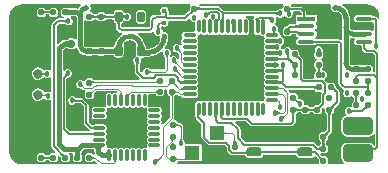
<source format=gtl>
G04*
G04 #@! TF.GenerationSoftware,Altium Limited,Altium Designer,21.6.4 (81)*
G04*
G04 Layer_Physical_Order=1*
G04 Layer_Color=255*
%FSLAX24Y24*%
%MOIN*%
G70*
G04*
G04 #@! TF.SameCoordinates,18F95803-63CF-49D0-9880-B3B199DA49BA*
G04*
G04*
G04 #@! TF.FilePolarity,Positive*
G04*
G01*
G75*
%ADD11C,0.0080*%
%ADD12C,0.0150*%
%ADD15C,0.0060*%
%ADD19O,0.0450X0.0140*%
%ADD20O,0.0480X0.0140*%
G04:AMPARAMS|DCode=21|XSize=14mil|YSize=45mil|CornerRadius=0mil|HoleSize=0mil|Usage=FLASHONLY|Rotation=180.000|XOffset=0mil|YOffset=0mil|HoleType=Round|Shape=Octagon|*
%AMOCTAGOND21*
4,1,8,0.0035,-0.0225,-0.0035,-0.0225,-0.0070,-0.0190,-0.0070,0.0190,-0.0035,0.0225,0.0035,0.0225,0.0070,0.0190,0.0070,-0.0190,0.0035,-0.0225,0.0*
%
%ADD21OCTAGOND21*%

%ADD22O,0.0140X0.0480*%
%ADD23O,0.0140X0.0450*%
%ADD24R,0.0394X0.0394*%
G04:AMPARAMS|DCode=25|XSize=32mil|YSize=32mil|CornerRadius=16mil|HoleSize=0mil|Usage=FLASHONLY|Rotation=60.000|XOffset=0mil|YOffset=0mil|HoleType=Round|Shape=RoundedRectangle|*
%AMROUNDEDRECTD25*
21,1,0.0320,0.0000,0,0,60.0*
21,1,0.0000,0.0320,0,0,60.0*
1,1,0.0320,0.0000,0.0000*
1,1,0.0320,0.0000,0.0000*
1,1,0.0320,0.0000,0.0000*
1,1,0.0320,0.0000,0.0000*
%
%ADD25ROUNDEDRECTD25*%
G04:AMPARAMS|DCode=26|XSize=16mil|YSize=16mil|CornerRadius=8mil|HoleSize=0mil|Usage=FLASHONLY|Rotation=180.000|XOffset=0mil|YOffset=0mil|HoleType=Round|Shape=RoundedRectangle|*
%AMROUNDEDRECTD26*
21,1,0.0160,0.0000,0,0,180.0*
21,1,0.0000,0.0160,0,0,180.0*
1,1,0.0160,0.0000,0.0000*
1,1,0.0160,0.0000,0.0000*
1,1,0.0160,0.0000,0.0000*
1,1,0.0160,0.0000,0.0000*
%
%ADD26ROUNDEDRECTD26*%
%ADD27R,0.0512X0.0472*%
G04:AMPARAMS|DCode=28|XSize=20mil|YSize=20mil|CornerRadius=5mil|HoleSize=0mil|Usage=FLASHONLY|Rotation=180.000|XOffset=0mil|YOffset=0mil|HoleType=Round|Shape=RoundedRectangle|*
%AMROUNDEDRECTD28*
21,1,0.0200,0.0100,0,0,180.0*
21,1,0.0100,0.0200,0,0,180.0*
1,1,0.0100,-0.0050,0.0050*
1,1,0.0100,0.0050,0.0050*
1,1,0.0100,0.0050,-0.0050*
1,1,0.0100,-0.0050,-0.0050*
%
%ADD28ROUNDEDRECTD28*%
G04:AMPARAMS|DCode=29|XSize=20mil|YSize=20mil|CornerRadius=5mil|HoleSize=0mil|Usage=FLASHONLY|Rotation=270.000|XOffset=0mil|YOffset=0mil|HoleType=Round|Shape=RoundedRectangle|*
%AMROUNDEDRECTD29*
21,1,0.0200,0.0100,0,0,270.0*
21,1,0.0100,0.0200,0,0,270.0*
1,1,0.0100,-0.0050,-0.0050*
1,1,0.0100,-0.0050,0.0050*
1,1,0.0100,0.0050,0.0050*
1,1,0.0100,0.0050,-0.0050*
%
%ADD29ROUNDEDRECTD29*%
G04:AMPARAMS|DCode=30|XSize=50mil|YSize=30mil|CornerRadius=7.5mil|HoleSize=0mil|Usage=FLASHONLY|Rotation=180.000|XOffset=0mil|YOffset=0mil|HoleType=Round|Shape=RoundedRectangle|*
%AMROUNDEDRECTD30*
21,1,0.0500,0.0150,0,0,180.0*
21,1,0.0350,0.0300,0,0,180.0*
1,1,0.0150,-0.0175,0.0075*
1,1,0.0150,0.0175,0.0075*
1,1,0.0150,0.0175,-0.0075*
1,1,0.0150,-0.0175,-0.0075*
%
%ADD30ROUNDEDRECTD30*%
%ADD31O,0.0591X0.0138*%
%ADD32R,0.0591X0.0138*%
%ADD33R,0.1063X0.1102*%
G04:AMPARAMS|DCode=34|XSize=12mil|YSize=38mil|CornerRadius=3mil|HoleSize=0mil|Usage=FLASHONLY|Rotation=180.000|XOffset=0mil|YOffset=0mil|HoleType=Round|Shape=RoundedRectangle|*
%AMROUNDEDRECTD34*
21,1,0.0120,0.0320,0,0,180.0*
21,1,0.0060,0.0380,0,0,180.0*
1,1,0.0060,-0.0030,0.0160*
1,1,0.0060,0.0030,0.0160*
1,1,0.0060,0.0030,-0.0160*
1,1,0.0060,-0.0030,-0.0160*
%
%ADD34ROUNDEDRECTD34*%
G04:AMPARAMS|DCode=35|XSize=12mil|YSize=38mil|CornerRadius=3mil|HoleSize=0mil|Usage=FLASHONLY|Rotation=270.000|XOffset=0mil|YOffset=0mil|HoleType=Round|Shape=RoundedRectangle|*
%AMROUNDEDRECTD35*
21,1,0.0120,0.0320,0,0,270.0*
21,1,0.0060,0.0380,0,0,270.0*
1,1,0.0060,-0.0160,-0.0030*
1,1,0.0060,-0.0160,0.0030*
1,1,0.0060,0.0160,0.0030*
1,1,0.0060,0.0160,-0.0030*
%
%ADD35ROUNDEDRECTD35*%
G04:AMPARAMS|DCode=36|XSize=60mil|YSize=100mil|CornerRadius=15mil|HoleSize=0mil|Usage=FLASHONLY|Rotation=90.000|XOffset=0mil|YOffset=0mil|HoleType=Round|Shape=RoundedRectangle|*
%AMROUNDEDRECTD36*
21,1,0.0600,0.0700,0,0,90.0*
21,1,0.0300,0.1000,0,0,90.0*
1,1,0.0300,0.0350,0.0150*
1,1,0.0300,0.0350,-0.0150*
1,1,0.0300,-0.0350,-0.0150*
1,1,0.0300,-0.0350,0.0150*
%
%ADD36ROUNDEDRECTD36*%
G04:AMPARAMS|DCode=37|XSize=23.6mil|YSize=35mil|CornerRadius=5.9mil|HoleSize=0mil|Usage=FLASHONLY|Rotation=180.000|XOffset=0mil|YOffset=0mil|HoleType=Round|Shape=RoundedRectangle|*
%AMROUNDEDRECTD37*
21,1,0.0236,0.0232,0,0,180.0*
21,1,0.0118,0.0350,0,0,180.0*
1,1,0.0118,-0.0059,0.0116*
1,1,0.0118,0.0059,0.0116*
1,1,0.0118,0.0059,-0.0116*
1,1,0.0118,-0.0059,-0.0116*
%
%ADD37ROUNDEDRECTD37*%
%ADD58C,0.0040*%
%ADD59C,0.0050*%
%ADD60O,0.0984X0.0394*%
%ADD61C,0.0180*%
%ADD62C,0.0200*%
%ADD63C,0.0280*%
G36*
X22108Y15404D02*
X22209Y15362D01*
X22296Y15296D01*
X22362Y15209D01*
X22404Y15108D01*
X22419Y15000D01*
X22418Y15000D01*
Y14947D01*
X22368Y14935D01*
X22359Y14949D01*
X22320Y14988D01*
X22295Y15005D01*
X22266Y15010D01*
X22262D01*
X22256Y15013D01*
X22248Y15013D01*
X22243Y15014D01*
X22238Y15014D01*
X22235Y15015D01*
X22233Y15016D01*
X22233Y15016D01*
X22232Y15016D01*
X22232Y15016D01*
X22231Y15017D01*
X22230Y15017D01*
X22230Y15018D01*
X22229Y15018D01*
X22228Y15021D01*
X22219Y15025D01*
X22187Y15046D01*
X22141Y15055D01*
X21688D01*
X21642Y15046D01*
X21602Y15020D01*
X21576Y14980D01*
X21567Y14934D01*
X21576Y14887D01*
X21602Y14848D01*
X21642Y14822D01*
X21688Y14813D01*
X22141D01*
X22179Y14820D01*
X22211Y14803D01*
X22229Y14789D01*
Y14566D01*
X22211Y14553D01*
X22179Y14536D01*
X22141Y14543D01*
X21946D01*
X21915Y14549D01*
X21528D01*
Y14550D01*
X21490Y14558D01*
X21457Y14579D01*
X21436Y14612D01*
X21428Y14650D01*
X21427D01*
Y14950D01*
X21429D01*
X21413Y15074D01*
X21365Y15190D01*
X21289Y15289D01*
X21190Y15365D01*
X21181Y15368D01*
X21191Y15418D01*
X22000D01*
X22000Y15419D01*
X22108Y15404D01*
D02*
G37*
G36*
X10500Y15418D02*
X12449D01*
X12466Y15368D01*
X12418Y15332D01*
X12369Y15268D01*
X12301Y15277D01*
X12300Y15277D01*
X12197D01*
X12193Y15279D01*
X12142Y15280D01*
X12101Y15282D01*
X12070Y15286D01*
X12060Y15288D01*
X12052Y15290D01*
X12049Y15291D01*
X12045Y15294D01*
X12039Y15294D01*
X12039Y15294D01*
X12028Y15296D01*
X12019Y15300D01*
X12016Y15299D01*
X12000Y15302D01*
X11900D01*
X11861Y15294D01*
X11828Y15272D01*
X11806Y15239D01*
X11798Y15200D01*
Y15100D01*
X11806Y15061D01*
X11828Y15028D01*
X11861Y15006D01*
X11884Y15001D01*
X11895Y14991D01*
X11904Y14972D01*
X11908Y14948D01*
X11905Y14945D01*
X11899Y14942D01*
X11700D01*
X11665Y14935D01*
X11635Y14915D01*
X11510Y14790D01*
X11490Y14760D01*
X11483Y14725D01*
Y13235D01*
X11433Y13215D01*
X11429Y13219D01*
X11378Y13240D01*
X11322D01*
X11271Y13219D01*
X11217Y13228D01*
X11191Y13261D01*
X11119Y13303D01*
X11036Y13314D01*
X10955Y13292D01*
X10889Y13241D01*
X10847Y13169D01*
X10836Y13086D01*
X10858Y13005D01*
X10909Y12939D01*
X10981Y12897D01*
X11064Y12886D01*
X11145Y12908D01*
X11211Y12959D01*
X11213Y12963D01*
X11221Y12971D01*
X11271Y12981D01*
X11322Y12960D01*
X11378D01*
X11429Y12981D01*
X11433Y12985D01*
X11483Y12965D01*
Y12503D01*
X11464Y12490D01*
X11433Y12478D01*
X11390Y12496D01*
X11334D01*
X11298Y12481D01*
X11288Y12480D01*
X11242Y12495D01*
X11191Y12561D01*
X11119Y12603D01*
X11036Y12614D01*
X10955Y12592D01*
X10889Y12541D01*
X10847Y12469D01*
X10836Y12386D01*
X10858Y12305D01*
X10909Y12239D01*
X10981Y12197D01*
X11064Y12186D01*
X11145Y12208D01*
X11202Y12252D01*
X11213Y12259D01*
X11266Y12254D01*
X11282Y12237D01*
X11334Y12216D01*
X11390D01*
X11433Y12234D01*
X11464Y12222D01*
X11483Y12209D01*
Y10675D01*
X11490Y10640D01*
X11510Y10610D01*
X11622Y10499D01*
X11603Y10457D01*
X11598Y10452D01*
X11500D01*
X11461Y10444D01*
X11428Y10422D01*
X11406Y10389D01*
X11404Y10379D01*
X11399Y10379D01*
X11393Y10376D01*
X11307D01*
X11301Y10379D01*
X11296Y10379D01*
X11294Y10389D01*
X11272Y10422D01*
X11239Y10444D01*
X11200Y10452D01*
X11100D01*
X11061Y10444D01*
X11028Y10422D01*
X11006Y10389D01*
X10998Y10350D01*
Y10250D01*
X11006Y10211D01*
X11028Y10178D01*
X11061Y10156D01*
X11100Y10148D01*
X11200D01*
X11239Y10156D01*
X11272Y10178D01*
X11294Y10211D01*
X11296Y10221D01*
X11301Y10221D01*
X11307Y10224D01*
X11393D01*
X11399Y10221D01*
X11404Y10221D01*
X11406Y10211D01*
X11428Y10178D01*
X11461Y10156D01*
X11500Y10148D01*
X11600D01*
X11639Y10156D01*
X11672Y10178D01*
X11694Y10211D01*
X11702Y10250D01*
Y10348D01*
X11707Y10353D01*
X11754Y10363D01*
X11782Y10332D01*
X11791Y10321D01*
X11798Y10312D01*
Y10288D01*
X11797Y10287D01*
X11798Y10285D01*
Y10278D01*
X11798Y10278D01*
X11798Y10278D01*
Y10250D01*
X11806Y10211D01*
X11828Y10178D01*
X11861Y10156D01*
X11900Y10148D01*
X12000D01*
X12039Y10156D01*
X12072Y10178D01*
X12094Y10211D01*
X12102Y10250D01*
Y10350D01*
X12094Y10389D01*
X12072Y10422D01*
X12071Y10423D01*
X12087Y10473D01*
X12177D01*
X12214Y10423D01*
X12214Y10420D01*
X12212Y10410D01*
X12210Y10402D01*
X12209Y10399D01*
X12206Y10395D01*
X12206Y10389D01*
X12206Y10389D01*
X12204Y10378D01*
X12200Y10369D01*
X12201Y10366D01*
X12198Y10350D01*
Y10250D01*
X12206Y10211D01*
X12228Y10178D01*
X12261Y10156D01*
X12300Y10148D01*
X12400D01*
X12439Y10156D01*
X12472Y10178D01*
X12494Y10211D01*
X12502Y10250D01*
Y10350D01*
X12499Y10366D01*
X12500Y10369D01*
X12496Y10378D01*
X12494Y10389D01*
X12494Y10389D01*
X12494Y10395D01*
X12491Y10399D01*
X12490Y10402D01*
X12488Y10410D01*
X12486Y10419D01*
X12485Y10432D01*
X12487Y10443D01*
X12494Y10465D01*
X12502Y10487D01*
X12511Y10508D01*
X12523Y10529D01*
X12536Y10549D01*
X12552Y10568D01*
X12565Y10582D01*
X12903D01*
X12908Y10573D01*
X12912Y10562D01*
X12916Y10549D01*
X12919Y10534D01*
X12920Y10518D01*
X12921Y10498D01*
X12924Y10491D01*
X12932Y10451D01*
X12936Y10445D01*
X12918Y10398D01*
X12911Y10393D01*
X12888Y10399D01*
X12872Y10422D01*
X12839Y10444D01*
X12800Y10452D01*
X12700D01*
X12661Y10444D01*
X12628Y10422D01*
X12606Y10389D01*
X12598Y10350D01*
Y10250D01*
X12606Y10211D01*
X12628Y10178D01*
X12661Y10156D01*
X12700Y10148D01*
X12800D01*
X12839Y10156D01*
X12872Y10178D01*
X12884Y10196D01*
X12932Y10206D01*
X12944Y10205D01*
X13021Y10128D01*
X13002Y10082D01*
X10550D01*
X10549Y10082D01*
X10500Y10082D01*
X10453Y10088D01*
X10392Y10096D01*
X10291Y10137D01*
X10204Y10204D01*
X10137Y10291D01*
X10096Y10392D01*
X10081Y10500D01*
X10082Y10500D01*
X10082Y15000D01*
X10081Y15000D01*
X10096Y15108D01*
X10137Y15209D01*
X10204Y15296D01*
X10291Y15362D01*
X10392Y15404D01*
X10500Y15419D01*
X10500Y15418D01*
D02*
G37*
G36*
X19207Y15418D02*
X19221Y15387D01*
X19225Y15368D01*
X19206Y15339D01*
X19198Y15300D01*
Y15279D01*
X19148Y15246D01*
X19138Y15250D01*
X19082D01*
X19031Y15229D01*
X19018Y15216D01*
X19009Y15213D01*
X19007Y15210D01*
X19006Y15210D01*
X19005Y15209D01*
X19003Y15208D01*
X19000Y15207D01*
X18997Y15206D01*
X18993Y15205D01*
X18988Y15205D01*
X18982Y15204D01*
X18974Y15204D01*
X18969Y15202D01*
X17248D01*
X17115Y15335D01*
X17085Y15355D01*
X17050Y15362D01*
X16435D01*
X16430Y15364D01*
X16424Y15364D01*
X16424Y15364D01*
X16418Y15368D01*
X16418Y15379D01*
X16442Y15418D01*
X19207D01*
D02*
G37*
G36*
X19449Y15295D02*
X19451Y15291D01*
X19453Y15287D01*
X19457Y15284D01*
X19461Y15281D01*
X19467Y15279D01*
X19474Y15277D01*
X19481Y15276D01*
X19490Y15275D01*
X19500Y15275D01*
Y15225D01*
X19490Y15225D01*
X19481Y15224D01*
X19474Y15223D01*
X19467Y15221D01*
X19461Y15219D01*
X19457Y15216D01*
X19453Y15213D01*
X19451Y15209D01*
X19449Y15205D01*
X19449Y15200D01*
X19449Y15300D01*
X19449Y15295D01*
D02*
G37*
G36*
X16339Y15330D02*
X16344Y15326D01*
X16351Y15322D01*
X16358Y15319D01*
X16367Y15316D01*
X16377Y15314D01*
X16388Y15312D01*
X16400Y15311D01*
X16428Y15310D01*
X16430Y15230D01*
X16413Y15230D01*
X16399Y15228D01*
X16386Y15226D01*
X16375Y15224D01*
X16366Y15220D01*
X16358Y15216D01*
X16353Y15211D01*
X16349Y15205D01*
X16347Y15198D01*
X16347Y15190D01*
X16335Y15335D01*
X16339Y15330D01*
D02*
G37*
G36*
X19399Y15218D02*
X19400Y15213D01*
X19401Y15208D01*
X19402Y15204D01*
X19403Y15200D01*
X19405Y15197D01*
X19407Y15195D01*
X19410Y15193D01*
X19413Y15191D01*
X19416Y15190D01*
X19337Y15168D01*
X19339Y15171D01*
X19341Y15174D01*
X19343Y15178D01*
X19345Y15182D01*
X19346Y15188D01*
X19347Y15194D01*
X19348Y15200D01*
X19349Y15215D01*
X19349Y15224D01*
X19399D01*
X19399Y15218D01*
D02*
G37*
G36*
X16263Y15151D02*
X16257Y15156D01*
X16250Y15158D01*
X16242Y15158D01*
X16232Y15155D01*
X16221Y15151D01*
X16209Y15144D01*
X16196Y15135D01*
X16182Y15123D01*
X16150Y15094D01*
X16094Y15150D01*
X16110Y15167D01*
X16135Y15196D01*
X16144Y15209D01*
X16151Y15221D01*
X16155Y15232D01*
X16158Y15242D01*
X16158Y15250D01*
X16156Y15257D01*
X16151Y15263D01*
X16263Y15151D01*
D02*
G37*
G36*
X16777Y15102D02*
X16772Y15096D01*
X16766Y15090D01*
X16762Y15084D01*
X16757Y15077D01*
X16753Y15070D01*
X16749Y15062D01*
X16746Y15054D01*
X16740Y15037D01*
X16737Y15028D01*
X16674Y15137D01*
X16682Y15135D01*
X16690Y15134D01*
X16698Y15134D01*
X16705Y15134D01*
X16713Y15136D01*
X16720Y15138D01*
X16727Y15142D01*
X16734Y15146D01*
X16740Y15151D01*
X16747Y15157D01*
X16777Y15102D01*
D02*
G37*
G36*
X12026Y15242D02*
X12036Y15238D01*
X12048Y15235D01*
X12062Y15233D01*
X12096Y15228D01*
X12140Y15226D01*
X12192Y15225D01*
Y15075D01*
X12165Y15075D01*
X12062Y15067D01*
X12048Y15065D01*
X12036Y15062D01*
X12026Y15058D01*
X12019Y15054D01*
Y15246D01*
X12026Y15242D01*
D02*
G37*
G36*
X19046Y15047D02*
X19041Y15051D01*
X19036Y15055D01*
X19030Y15059D01*
X19024Y15062D01*
X19017Y15064D01*
X19010Y15066D01*
X19002Y15068D01*
X18994Y15069D01*
X18985Y15070D01*
X18976Y15070D01*
Y15150D01*
X18985Y15150D01*
X18994Y15151D01*
X19002Y15152D01*
X19010Y15154D01*
X19017Y15156D01*
X19024Y15158D01*
X19030Y15161D01*
X19036Y15165D01*
X19041Y15169D01*
X19046Y15173D01*
Y15047D01*
D02*
G37*
G36*
X16107Y15418D02*
X16121Y15387D01*
X16125Y15368D01*
X16106Y15339D01*
X16098Y15300D01*
Y15272D01*
X16098Y15272D01*
X16098Y15272D01*
Y15265D01*
X16097Y15263D01*
X16098Y15262D01*
Y15238D01*
X16092Y15229D01*
X16070Y15203D01*
X16055Y15188D01*
X16053Y15182D01*
X15912Y15042D01*
X15409D01*
Y15133D01*
X15410D01*
X15398Y15194D01*
X15380Y15221D01*
Y15226D01*
X15360Y15274D01*
X15324Y15310D01*
X15276Y15330D01*
X15224D01*
X15176Y15310D01*
X15140Y15274D01*
X15120Y15226D01*
Y15174D01*
X15140Y15126D01*
X15149Y15117D01*
X15128Y15067D01*
X14959D01*
Y15069D01*
X14882Y15054D01*
X14816Y15010D01*
X14772Y14944D01*
X14756Y14866D01*
X14758D01*
Y14682D01*
X14758D01*
X14746Y14654D01*
X14718Y14642D01*
Y14642D01*
X13850D01*
Y14643D01*
X13828Y14652D01*
X13819Y14674D01*
X13818D01*
Y14738D01*
X13820Y14743D01*
X13820Y14758D01*
X13821Y14769D01*
X13823Y14777D01*
X13823Y14780D01*
X13828Y14781D01*
X13843Y14791D01*
X13844Y14792D01*
X13844Y14792D01*
X13864Y14805D01*
X13888Y14841D01*
X13888Y14845D01*
X13892Y14849D01*
X13945Y14871D01*
X13972Y14860D01*
X14028D01*
X14079Y14881D01*
X14119Y14921D01*
X14140Y14972D01*
Y15028D01*
X14119Y15079D01*
X14079Y15119D01*
X14028Y15140D01*
X13972D01*
X13945Y15129D01*
X13892Y15151D01*
X13888Y15155D01*
X13888Y15158D01*
X13864Y15194D01*
X13828Y15218D01*
X13785Y15227D01*
X13667D01*
X13624Y15218D01*
X13588Y15194D01*
X13564Y15158D01*
X13556Y15115D01*
Y15096D01*
X13550Y15095D01*
X13540Y15094D01*
X13527Y15094D01*
X13521Y15092D01*
X13336D01*
X13331Y15094D01*
X13315Y15094D01*
X13302Y15095D01*
X13293Y15097D01*
X13288Y15098D01*
X13277Y15114D01*
X13276Y15118D01*
X13275Y15118D01*
X13272Y15122D01*
X13239Y15144D01*
X13200Y15152D01*
X13100D01*
X13061Y15144D01*
X13028Y15122D01*
X13025Y15118D01*
X13024Y15118D01*
X13023Y15114D01*
X13012Y15098D01*
X13007Y15097D01*
X12998Y15095D01*
X12985Y15094D01*
X12969Y15094D01*
X12964Y15092D01*
X12936D01*
X12931Y15094D01*
X12915Y15094D01*
X12902Y15095D01*
X12893Y15097D01*
X12888Y15098D01*
X12877Y15114D01*
X12876Y15118D01*
X12875Y15118D01*
X12872Y15122D01*
X12839Y15144D01*
X12800Y15152D01*
X12785D01*
X12764Y15202D01*
X12777Y15215D01*
X12800Y15270D01*
Y15330D01*
X12784Y15368D01*
X12809Y15418D01*
X16107D01*
D02*
G37*
G36*
X19925Y15042D02*
X19926Y15033D01*
X19927Y15025D01*
X19929Y15019D01*
X19931Y15013D01*
X19934Y15009D01*
X19937Y15005D01*
X19941Y15002D01*
X19945Y15001D01*
X19950Y15000D01*
X19850D01*
X19855Y15001D01*
X19859Y15002D01*
X19863Y15005D01*
X19866Y15009D01*
X19869Y15013D01*
X19871Y15019D01*
X19873Y15025D01*
X19874Y15033D01*
X19875Y15042D01*
X19875Y15052D01*
X19925D01*
X19925Y15042D01*
D02*
G37*
G36*
X19824Y15118D02*
Y15059D01*
X19821Y15053D01*
X19821Y15053D01*
X19640D01*
Y14818D01*
X19640Y14815D01*
X19636Y14767D01*
X19631Y14766D01*
X19619Y14765D01*
X19614Y14763D01*
X19466Y14755D01*
X19457Y14755D01*
X19424Y14749D01*
X19422Y14750D01*
X19418Y14748D01*
X19409Y14743D01*
X19409Y14743D01*
X19409Y14743D01*
X19385Y14728D01*
X19346Y14703D01*
X19343Y14700D01*
X19324Y14682D01*
X19315Y14675D01*
X19297Y14662D01*
X19290Y14658D01*
X19284Y14654D01*
X19278Y14652D01*
X19274Y14650D01*
X19268Y14648D01*
X19262Y14644D01*
X19261Y14644D01*
X19259Y14643D01*
X19251Y14641D01*
X19247Y14635D01*
X19228Y14622D01*
X19206Y14589D01*
X19198Y14550D01*
Y14450D01*
X19206Y14411D01*
X19228Y14378D01*
X19261Y14356D01*
X19300Y14348D01*
X19400D01*
X19439Y14356D01*
X19472Y14378D01*
X19494Y14411D01*
X19496Y14421D01*
X19501Y14421D01*
X19507Y14424D01*
X19622D01*
X19622Y14423D01*
X19626Y14419D01*
X19629Y14415D01*
X19632Y14410D01*
X19634Y14406D01*
X19637Y14402D01*
X19638Y14398D01*
X19640Y14394D01*
X19641Y14389D01*
X19643Y14383D01*
X19644Y14381D01*
X19644Y14379D01*
X19649Y14373D01*
X19673Y14336D01*
X19695Y14322D01*
X19695Y14321D01*
Y14267D01*
X19695Y14266D01*
X19673Y14252D01*
X19647Y14213D01*
X19638Y14166D01*
X19647Y14120D01*
X19673Y14080D01*
X19713Y14054D01*
X19759Y14045D01*
X20212D01*
X20258Y14054D01*
X20270Y14062D01*
X20275Y14063D01*
X20277Y14067D01*
X20278Y14068D01*
X20281Y14069D01*
X20282Y14070D01*
X20297Y14080D01*
X20319Y14082D01*
X20334Y14082D01*
X20340Y14085D01*
X21034D01*
Y14084D01*
X21053Y14076D01*
X21053Y14075D01*
Y12815D01*
X21050D01*
X21069Y12719D01*
X21123Y12638D01*
X21204Y12584D01*
X21214Y12582D01*
X21231Y12529D01*
X21231Y12528D01*
X21210Y12478D01*
Y12422D01*
X21231Y12371D01*
X21271Y12331D01*
X21322Y12310D01*
X21378D01*
X21429Y12331D01*
X21456Y12358D01*
X21472Y12359D01*
X21505Y12354D01*
X21513Y12350D01*
X21528Y12328D01*
X21561Y12306D01*
X21571Y12304D01*
X21571Y12299D01*
X21574Y12293D01*
Y12207D01*
X21571Y12201D01*
X21571Y12196D01*
X21561Y12194D01*
X21528Y12172D01*
X21506Y12139D01*
X21498Y12100D01*
Y12015D01*
X21468Y11987D01*
X21451Y11980D01*
X21428Y11990D01*
X21372D01*
X21321Y11969D01*
X21281Y11929D01*
X21260Y11878D01*
Y11822D01*
X21281Y11771D01*
X21306Y11746D01*
X21293Y11693D01*
X21272Y11688D01*
X21206Y11644D01*
X21162Y11578D01*
X21146Y11500D01*
Y11200D01*
X21162Y11122D01*
X21206Y11056D01*
X21272Y11012D01*
X21350Y10996D01*
X22050D01*
X22128Y11012D01*
X22194Y11056D01*
X22224Y11100D01*
X22274Y11085D01*
Y10715D01*
X22225Y10701D01*
X22223Y10702D01*
X22194Y10744D01*
X22128Y10788D01*
X22050Y10804D01*
X21350D01*
X21272Y10788D01*
X21206Y10744D01*
X21162Y10678D01*
X21146Y10600D01*
Y10300D01*
X21162Y10222D01*
X21206Y10156D01*
X21242Y10132D01*
X21227Y10082D01*
X20730D01*
X20698Y10132D01*
X20702Y10150D01*
Y10250D01*
X20694Y10289D01*
X20672Y10322D01*
X20639Y10344D01*
X20600Y10352D01*
X20529D01*
X20529Y10352D01*
X20529Y10352D01*
X20523D01*
X20521Y10353D01*
X20519Y10352D01*
X20512D01*
X20499Y10363D01*
X20490Y10372D01*
X20484Y10374D01*
X20451Y10407D01*
X20476Y10453D01*
X20500Y10448D01*
X20600D01*
X20639Y10456D01*
X20672Y10478D01*
X20694Y10511D01*
X20702Y10550D01*
Y10650D01*
X20694Y10689D01*
X20672Y10722D01*
X20668Y10725D01*
X20668Y10726D01*
X20664Y10727D01*
X20648Y10738D01*
X20647Y10743D01*
X20645Y10752D01*
X20644Y10765D01*
X20644Y10781D01*
X20642Y10786D01*
Y10814D01*
X20644Y10819D01*
X20644Y10835D01*
X20645Y10848D01*
X20647Y10857D01*
X20648Y10862D01*
X20664Y10873D01*
X20668Y10874D01*
X20668Y10875D01*
X20672Y10878D01*
X20694Y10911D01*
X20702Y10950D01*
Y10978D01*
X20702Y10978D01*
X20702Y10978D01*
Y10985D01*
X20703Y10987D01*
X20702Y10988D01*
Y11012D01*
X20708Y11021D01*
X20730Y11047D01*
X20745Y11062D01*
X20747Y11068D01*
X20815Y11135D01*
X20835Y11165D01*
X20842Y11200D01*
Y11714D01*
X20844Y11719D01*
X20844Y11735D01*
X20845Y11748D01*
X20847Y11757D01*
X20848Y11762D01*
X20864Y11773D01*
X20868Y11774D01*
X20868Y11775D01*
X20872Y11778D01*
X20894Y11811D01*
X20902Y11850D01*
Y11878D01*
X20902Y11878D01*
X20902Y11878D01*
Y11885D01*
X20903Y11887D01*
X20902Y11888D01*
Y11912D01*
X20908Y11921D01*
X20930Y11947D01*
X20945Y11962D01*
X20947Y11968D01*
X21065Y12085D01*
X21085Y12115D01*
X21092Y12150D01*
Y12500D01*
X21085Y12535D01*
X21065Y12565D01*
X21002Y12628D01*
X21001Y12630D01*
X20998Y12633D01*
X20996Y12637D01*
X20971Y12664D01*
X20963Y12675D01*
X20956Y12684D01*
X20952Y12691D01*
Y12700D01*
X20944Y12739D01*
X20944Y12739D01*
X20944Y12740D01*
X20943Y12741D01*
X20942Y12743D01*
X20941Y12745D01*
X20939Y12746D01*
X20922Y12772D01*
X20889Y12794D01*
X20850Y12802D01*
X20750D01*
X20711Y12794D01*
X20658Y12808D01*
X20654Y12812D01*
X20586Y12879D01*
X20598Y12938D01*
X20610Y12943D01*
X20649Y12982D01*
X20670Y13033D01*
Y13089D01*
X20649Y13141D01*
X20610Y13180D01*
X20558Y13201D01*
X20555D01*
X20513Y13251D01*
X20518Y13275D01*
X20522Y13278D01*
X20544Y13311D01*
X20552Y13350D01*
Y13450D01*
X20544Y13489D01*
X20522Y13522D01*
X20489Y13544D01*
X20462Y13550D01*
Y13600D01*
X20489Y13606D01*
X20522Y13628D01*
X20544Y13661D01*
X20552Y13700D01*
Y13800D01*
X20544Y13839D01*
X20540Y13845D01*
Y13898D01*
X20519Y13949D01*
X20479Y13989D01*
X20428Y14010D01*
X20372D01*
X20321Y13989D01*
X20281Y13949D01*
X20260Y13898D01*
Y13845D01*
X20256Y13839D01*
X20248Y13800D01*
Y13700D01*
X20256Y13661D01*
X20278Y13628D01*
X20311Y13606D01*
X20338Y13600D01*
Y13550D01*
X20311Y13544D01*
X20278Y13522D01*
X20256Y13489D01*
X20248Y13450D01*
Y13350D01*
X20256Y13311D01*
X20278Y13278D01*
X20311Y13256D01*
X20314Y13225D01*
X20311Y13194D01*
X20278Y13172D01*
X20256Y13139D01*
X20248Y13100D01*
Y13000D01*
X20252Y12982D01*
X20220Y12932D01*
X19894D01*
X19872Y12954D01*
Y13560D01*
X19872Y13560D01*
X19865Y13591D01*
X19848Y13618D01*
X19848Y13618D01*
X19783Y13683D01*
X19781Y13688D01*
X19760Y13710D01*
X19754Y13718D01*
X19752Y13721D01*
Y13733D01*
X19753Y13735D01*
X19752Y13737D01*
Y13744D01*
X19752Y13744D01*
X19752Y13744D01*
Y13800D01*
X19744Y13839D01*
X19722Y13872D01*
X19689Y13894D01*
X19650Y13902D01*
X19550D01*
X19511Y13894D01*
X19479Y13904D01*
X19469Y13929D01*
X19429Y13969D01*
X19378Y13990D01*
X19322D01*
X19271Y13969D01*
X19231Y13929D01*
X19231Y13929D01*
X19185Y13915D01*
X19158Y13937D01*
X19147Y13950D01*
Y14003D01*
X19135Y14037D01*
X19175Y14059D01*
X19185Y14064D01*
X19225Y14103D01*
X19246Y14154D01*
Y14210D01*
X19225Y14262D01*
X19185Y14301D01*
X19160Y14311D01*
X19133Y14327D01*
X19125Y14372D01*
X19127Y14383D01*
X19118Y14430D01*
X19092Y14469D01*
X19058Y14491D01*
X19051Y14497D01*
X19033Y14550D01*
X19042Y14572D01*
Y14628D01*
X19021Y14680D01*
X18981Y14719D01*
X18949Y14732D01*
X18935Y14783D01*
X18936Y14788D01*
X18956Y14808D01*
X18978Y14860D01*
Y14915D01*
X18962Y14954D01*
X18985Y14995D01*
X18992Y15002D01*
X18996Y15003D01*
X19022Y15000D01*
X19031Y14991D01*
X19082Y14970D01*
X19138D01*
X19190Y14991D01*
X19224Y15026D01*
X19255Y15026D01*
X19279Y15023D01*
X19319Y14983D01*
X19370Y14962D01*
X19426D01*
X19477Y14983D01*
X19517Y15023D01*
X19538Y15074D01*
Y15130D01*
X19537Y15132D01*
X19565Y15174D01*
X19768D01*
X19824Y15118D01*
D02*
G37*
G36*
X13844Y15072D02*
X13846Y15065D01*
X13850Y15059D01*
X13856Y15054D01*
X13863Y15050D01*
X13872Y15046D01*
X13883Y15043D01*
X13892Y15042D01*
X13899Y15043D01*
X13907Y15045D01*
X13914Y15048D01*
X13920Y15051D01*
X13926Y15054D01*
X13931Y15058D01*
X13936Y15063D01*
X13936Y14937D01*
X13931Y14941D01*
X13926Y14945D01*
X13920Y14948D01*
X13914Y14951D01*
X13907Y14954D01*
X13900Y14956D01*
X13892Y14958D01*
X13883Y14956D01*
X13872Y14953D01*
X13863Y14950D01*
X13856Y14945D01*
X13850Y14940D01*
X13846Y14934D01*
X13844Y14927D01*
X13843Y14920D01*
Y15080D01*
X13844Y15072D01*
D02*
G37*
G36*
X13239Y15072D02*
X13241Y15065D01*
X13246Y15059D01*
X13252Y15054D01*
X13261Y15050D01*
X13271Y15046D01*
X13283Y15044D01*
X13297Y15042D01*
X13312Y15040D01*
X13330Y15040D01*
Y14960D01*
X13312Y14960D01*
X13297Y14958D01*
X13283Y14956D01*
X13271Y14954D01*
X13261Y14950D01*
X13252Y14946D01*
X13246Y14941D01*
X13241Y14935D01*
X13239Y14928D01*
X13238Y14921D01*
Y15079D01*
X13239Y15072D01*
D02*
G37*
G36*
X13062Y14921D02*
X13061Y14928D01*
X13059Y14935D01*
X13054Y14941D01*
X13048Y14946D01*
X13039Y14950D01*
X13029Y14954D01*
X13017Y14956D01*
X13003Y14958D01*
X12988Y14960D01*
X12970Y14960D01*
Y15040D01*
X12988Y15040D01*
X13003Y15042D01*
X13017Y15044D01*
X13029Y15046D01*
X13039Y15050D01*
X13048Y15054D01*
X13054Y15059D01*
X13059Y15065D01*
X13061Y15072D01*
X13062Y15079D01*
Y14921D01*
D02*
G37*
G36*
X12839Y15072D02*
X12841Y15065D01*
X12846Y15059D01*
X12852Y15054D01*
X12861Y15050D01*
X12871Y15046D01*
X12883Y15044D01*
X12897Y15042D01*
X12912Y15040D01*
X12930Y15040D01*
Y14960D01*
X12912Y14960D01*
X12897Y14958D01*
X12883Y14956D01*
X12871Y14954D01*
X12861Y14950D01*
X12852Y14946D01*
X12846Y14941D01*
X12841Y14935D01*
X12839Y14928D01*
X12838Y14921D01*
Y15079D01*
X12839Y15072D01*
D02*
G37*
G36*
X13609Y14920D02*
X13608Y14928D01*
X13606Y14934D01*
X13602Y14940D01*
X13596Y14946D01*
X13589Y14950D01*
X13580Y14954D01*
X13569Y14956D01*
X13557Y14958D01*
X13543Y14960D01*
X13528Y14960D01*
Y15040D01*
X13543Y15040D01*
X13557Y15042D01*
X13569Y15044D01*
X13580Y15046D01*
X13589Y15050D01*
X13596Y15054D01*
X13602Y15060D01*
X13606Y15066D01*
X13608Y15072D01*
X13609Y15080D01*
Y14920D01*
D02*
G37*
G36*
X18827Y14977D02*
X18748Y14894D01*
X18748Y14898D01*
X18746Y14902D01*
X18744Y14905D01*
X18741Y14908D01*
X18736Y14910D01*
X18731Y14912D01*
X18724Y14913D01*
X18716Y14914D01*
X18708Y14915D01*
X18698Y14915D01*
X18724Y14995D01*
X18827Y14977D01*
D02*
G37*
G36*
X22193Y14978D02*
X22197Y14974D01*
X22202Y14971D01*
X22208Y14967D01*
X22214Y14965D01*
X22221Y14963D01*
X22228Y14961D01*
X22237Y14960D01*
X22245Y14959D01*
X22255Y14959D01*
Y14909D01*
X22245Y14909D01*
X22237Y14908D01*
X22228Y14907D01*
X22221Y14905D01*
X22214Y14903D01*
X22208Y14900D01*
X22202Y14897D01*
X22197Y14894D01*
X22193Y14890D01*
X22190Y14885D01*
Y14983D01*
X22193Y14978D01*
D02*
G37*
G36*
X18429Y14915D02*
X18420Y14910D01*
X18413Y14905D01*
X18408Y14900D01*
X18405Y14895D01*
X18403Y14890D01*
X18404Y14885D01*
X18406Y14880D01*
X18410Y14876D01*
X18415Y14871D01*
X18423Y14867D01*
X18331Y14913D01*
X18311Y14909D01*
X18295Y14907D01*
X18284Y14907D01*
X18278Y14908D01*
X18275Y14912D01*
X18278Y14916D01*
X18284Y14923D01*
X18295Y14931D01*
X18311Y14941D01*
X18331Y14952D01*
X18429Y14915D01*
D02*
G37*
G36*
X13527Y14906D02*
X13540Y14906D01*
X13550Y14905D01*
X13556Y14904D01*
Y14884D01*
X13564Y14841D01*
X13588Y14805D01*
X13608Y14792D01*
X13608Y14792D01*
X13609Y14791D01*
X13624Y14781D01*
X13629Y14780D01*
X13629Y14777D01*
X13631Y14769D01*
X13632Y14758D01*
X13632Y14743D01*
X13634Y14738D01*
Y14674D01*
X13632D01*
X13648Y14591D01*
X13696Y14520D01*
X13766Y14472D01*
X13832Y14459D01*
X13841Y14432D01*
X13842Y14407D01*
X13744Y14332D01*
X13664Y14228D01*
X13653Y14201D01*
X13647Y14195D01*
X13618Y14120D01*
X13597Y14072D01*
X13592Y14063D01*
X13589Y14057D01*
X13588Y14057D01*
X13588Y14056D01*
X13588Y14056D01*
X13585Y14053D01*
X13584Y14048D01*
X13584Y14048D01*
X13580Y14042D01*
X13579Y14042D01*
X13577Y14038D01*
X13564Y14018D01*
X13561Y14000D01*
X13556Y13997D01*
X13545Y13993D01*
X13530Y13990D01*
X13510Y13986D01*
X13486Y13985D01*
X13457Y13984D01*
X13453Y13982D01*
X13393D01*
X13389Y13984D01*
X13362Y13984D01*
X13295Y13986D01*
X13265Y13989D01*
X13255Y13991D01*
X13248Y13992D01*
X13246Y13993D01*
X13244Y13994D01*
X13242Y13994D01*
X13242Y13994D01*
X13242Y13994D01*
X13236Y13995D01*
X13228Y13996D01*
X13219Y14000D01*
X13216Y13999D01*
X13200Y14002D01*
X13100D01*
X13084Y13999D01*
X13081Y14000D01*
X13072Y13996D01*
X13061Y13994D01*
X13061Y13994D01*
X13055Y13994D01*
X13051Y13991D01*
X13048Y13990D01*
X13040Y13988D01*
X13031Y13986D01*
X12942Y13980D01*
X12901Y13982D01*
X12870Y13986D01*
X12860Y13988D01*
X12852Y13990D01*
X12849Y13991D01*
X12845Y13994D01*
X12839Y13994D01*
X12839Y13994D01*
X12828Y13996D01*
X12819Y14000D01*
X12816Y13999D01*
X12800Y14002D01*
X12700D01*
X12661Y13994D01*
X12644Y13983D01*
X12599Y14001D01*
X12584Y14023D01*
X12579Y14050D01*
X12577D01*
Y14863D01*
X12627Y14879D01*
X12628Y14878D01*
X12661Y14856D01*
X12700Y14848D01*
X12800D01*
X12839Y14856D01*
X12872Y14878D01*
X12875Y14882D01*
X12876Y14882D01*
X12877Y14886D01*
X12888Y14902D01*
X12893Y14903D01*
X12902Y14905D01*
X12915Y14906D01*
X12931Y14906D01*
X12936Y14908D01*
X12964D01*
X12969Y14906D01*
X12985Y14906D01*
X12998Y14905D01*
X13007Y14903D01*
X13012Y14902D01*
X13023Y14886D01*
X13024Y14882D01*
X13025Y14882D01*
X13028Y14878D01*
X13061Y14856D01*
X13100Y14848D01*
X13200D01*
X13239Y14856D01*
X13272Y14878D01*
X13275Y14882D01*
X13276Y14882D01*
X13277Y14886D01*
X13288Y14902D01*
X13293Y14903D01*
X13302Y14905D01*
X13315Y14906D01*
X13331Y14906D01*
X13336Y14908D01*
X13521D01*
X13527Y14906D01*
D02*
G37*
G36*
X11986Y14787D02*
X11981Y14791D01*
X11976Y14795D01*
X11970Y14799D01*
X11964Y14802D01*
X11957Y14804D01*
X11950Y14806D01*
X11942Y14808D01*
X11933Y14809D01*
X11925Y14810D01*
X11915Y14810D01*
Y14890D01*
X11925Y14890D01*
X11933Y14891D01*
X11942Y14892D01*
X11950Y14894D01*
X11957Y14896D01*
X11964Y14898D01*
X11970Y14901D01*
X11976Y14905D01*
X11981Y14909D01*
X11986Y14913D01*
Y14787D01*
D02*
G37*
G36*
X13798Y14829D02*
X13791Y14826D01*
X13785Y14822D01*
X13780Y14816D01*
X13776Y14809D01*
X13772Y14799D01*
X13770Y14788D01*
X13768Y14775D01*
X13766Y14761D01*
X13766Y14745D01*
X13686D01*
X13686Y14761D01*
X13684Y14775D01*
X13682Y14788D01*
X13680Y14799D01*
X13676Y14809D01*
X13672Y14816D01*
X13666Y14822D01*
X13661Y14826D01*
X13654Y14829D01*
X13646Y14830D01*
X13806D01*
X13798Y14829D01*
D02*
G37*
G36*
X12300Y15022D02*
X12315Y15015D01*
X12322Y15000D01*
X12323D01*
Y14267D01*
X12273Y14246D01*
X12258Y14261D01*
X12188Y14290D01*
X12112D01*
X12042Y14261D01*
X12023Y14242D01*
X12015Y14239D01*
X12013Y14237D01*
X12011Y14236D01*
X12007Y14235D01*
X12001Y14234D01*
X11995Y14232D01*
X11960Y14229D01*
X11947Y14229D01*
X11943Y14227D01*
X11900D01*
X11851Y14218D01*
X11810Y14190D01*
X11713Y14093D01*
X11667Y14112D01*
Y14687D01*
X11738Y14758D01*
X11909D01*
X11914Y14756D01*
X11922Y14756D01*
X11928Y14755D01*
X11933Y14755D01*
X11937Y14754D01*
X11940Y14753D01*
X11943Y14752D01*
X11944Y14751D01*
X11946Y14750D01*
X11946Y14750D01*
X11949Y14747D01*
X11958Y14744D01*
X11971Y14731D01*
X12022Y14710D01*
X12078D01*
X12129Y14731D01*
X12169Y14771D01*
X12190Y14822D01*
Y14878D01*
X12169Y14929D01*
X12130Y14968D01*
X12130Y14973D01*
X12139Y15019D01*
X12167Y15021D01*
X12192Y15021D01*
X12196Y15023D01*
X12300D01*
Y15022D01*
D02*
G37*
G36*
X16110Y14910D02*
X16122Y14881D01*
X16162Y14841D01*
X16213Y14820D01*
X16267D01*
Y14552D01*
X16254Y14518D01*
X16220Y14505D01*
X15939D01*
X15892Y14496D01*
X15853Y14469D01*
X15826Y14430D01*
X15817Y14383D01*
X15826Y14336D01*
X15853Y14296D01*
X15825Y14254D01*
X15811Y14233D01*
X15802Y14186D01*
X15811Y14139D01*
X15835Y14103D01*
X15823Y14054D01*
X15770Y14047D01*
X15764Y14049D01*
X15744Y14069D01*
X15693Y14090D01*
X15637D01*
X15586Y14069D01*
X15546Y14029D01*
X15525Y13978D01*
Y13922D01*
X15546Y13871D01*
X15586Y13831D01*
X15637Y13810D01*
X15656D01*
X15665Y13806D01*
X15676Y13806D01*
X15684Y13805D01*
X15691Y13804D01*
X15697Y13803D01*
X15702Y13802D01*
X15706Y13801D01*
X15709Y13800D01*
X15711Y13799D01*
X15712Y13798D01*
X15715Y13795D01*
X15721Y13793D01*
X15742Y13772D01*
Y13687D01*
X15742Y13687D01*
X15741Y13616D01*
X15691Y13606D01*
X15684Y13624D01*
X15644Y13663D01*
X15593Y13685D01*
X15537D01*
X15488Y13664D01*
X15485Y13663D01*
X15432Y13681D01*
X15432Y13683D01*
X15432Y13693D01*
X15437Y13698D01*
X15441Y13708D01*
X15454Y13721D01*
X15475Y13772D01*
Y13828D01*
X15454Y13879D01*
X15414Y13919D01*
X15363Y13940D01*
X15307D01*
X15298Y13936D01*
X15270Y13966D01*
X15266Y13977D01*
X15327Y14090D01*
X15344Y14148D01*
X15351Y14157D01*
X15361Y14193D01*
X15361Y14194D01*
X15362Y14195D01*
X15382Y14275D01*
X15382Y14276D01*
X15383Y14278D01*
X15386Y14295D01*
X15386Y14297D01*
X15387Y14298D01*
X15388Y14310D01*
X15388Y14314D01*
X15388Y14314D01*
X15387Y14315D01*
X15389Y14318D01*
X15389Y14326D01*
X15383Y14340D01*
X15380Y14354D01*
X15380Y14355D01*
Y14376D01*
X15360Y14424D01*
X15324Y14460D01*
X15276Y14480D01*
X15224D01*
X15190Y14520D01*
Y14528D01*
X15169Y14579D01*
X15156Y14592D01*
X15153Y14601D01*
X15150Y14604D01*
X15150Y14604D01*
X15149Y14606D01*
X15148Y14607D01*
X15147Y14610D01*
X15146Y14613D01*
X15145Y14617D01*
X15145Y14622D01*
X15144Y14628D01*
X15144Y14636D01*
X15142Y14641D01*
Y14654D01*
X15151Y14663D01*
X15192Y14683D01*
X15192Y14683D01*
X15224Y14670D01*
X15276D01*
X15324Y14690D01*
X15360Y14726D01*
X15380Y14774D01*
Y14808D01*
X15391Y14835D01*
X15421Y14858D01*
X15950D01*
X15985Y14865D01*
X16015Y14885D01*
X16055Y14925D01*
X16110Y14910D01*
D02*
G37*
G36*
X19733Y14614D02*
X19726Y14618D01*
X19718Y14622D01*
X19710Y14624D01*
X19701Y14627D01*
X19690Y14629D01*
X19679Y14630D01*
X19655Y14632D01*
X19641Y14632D01*
X19626Y14631D01*
X19623Y14711D01*
X19636Y14712D01*
X19662Y14715D01*
X19674Y14718D01*
X19696Y14724D01*
X19706Y14728D01*
X19715Y14732D01*
X19724Y14737D01*
X19733Y14742D01*
Y14614D01*
D02*
G37*
G36*
X15090Y14625D02*
X15091Y14617D01*
X15092Y14608D01*
X15094Y14600D01*
X15096Y14593D01*
X15098Y14586D01*
X15101Y14580D01*
X15105Y14574D01*
X15109Y14569D01*
X15113Y14564D01*
X14987D01*
X14991Y14569D01*
X14995Y14574D01*
X14999Y14580D01*
X15002Y14586D01*
X15004Y14593D01*
X15006Y14600D01*
X15008Y14608D01*
X15009Y14617D01*
X15010Y14625D01*
X15010Y14635D01*
X15090D01*
X15090Y14625D01*
D02*
G37*
G36*
X19454Y14617D02*
X19446Y14608D01*
X19439Y14600D01*
X19434Y14592D01*
X19430Y14586D01*
X19428Y14580D01*
X19428Y14575D01*
X19430Y14571D01*
X19434Y14567D01*
X19439Y14564D01*
X19446Y14562D01*
X19281Y14596D01*
X19289Y14598D01*
X19298Y14601D01*
X19308Y14605D01*
X19317Y14611D01*
X19327Y14617D01*
X19348Y14632D01*
X19359Y14641D01*
X19383Y14663D01*
X19454Y14617D01*
D02*
G37*
G36*
X19449Y14545D02*
X19451Y14541D01*
X19453Y14537D01*
X19457Y14534D01*
X19461Y14531D01*
X19467Y14529D01*
X19474Y14527D01*
X19481Y14526D01*
X19490Y14525D01*
X19500Y14525D01*
Y14475D01*
X19490Y14475D01*
X19481Y14474D01*
X19474Y14473D01*
X19467Y14471D01*
X19461Y14469D01*
X19457Y14466D01*
X19453Y14463D01*
X19451Y14459D01*
X19449Y14455D01*
X19449Y14450D01*
Y14475D01*
X19378Y14472D01*
Y14528D01*
X19380Y14528D01*
X19383Y14527D01*
X19387Y14527D01*
X19410Y14526D01*
X19449Y14525D01*
Y14550D01*
X19449Y14545D01*
D02*
G37*
G36*
X14910Y14486D02*
Y14472D01*
X14931Y14421D01*
X14971Y14381D01*
X15022Y14360D01*
X15069D01*
X15086Y14354D01*
X15097Y14345D01*
X15117Y14322D01*
X15116Y14305D01*
X15114Y14293D01*
X15098Y14217D01*
X15094Y14203D01*
X15067Y14138D01*
X14999Y14050D01*
X14912Y13983D01*
X14810Y13941D01*
X14706Y13927D01*
X14702Y13929D01*
X14663Y13930D01*
X14650Y13932D01*
X14644Y13933D01*
Y13975D01*
X14636Y14018D01*
X14616Y14048D01*
X14616Y14048D01*
X14616Y14048D01*
X14616Y14049D01*
X14615Y14050D01*
X14615Y14053D01*
X14613Y14054D01*
X14563Y14168D01*
X14553Y14194D01*
X14547Y14200D01*
X14536Y14228D01*
X14456Y14332D01*
X14356Y14408D01*
X14357Y14438D01*
X14361Y14458D01*
X14718D01*
Y14456D01*
X14805Y14473D01*
X14860Y14510D01*
X14910Y14486D01*
D02*
G37*
G36*
X18958Y14528D02*
X18951Y14521D01*
X18946Y14513D01*
X18941Y14506D01*
X18936Y14498D01*
X18933Y14491D01*
X18930Y14483D01*
X18929Y14478D01*
X18929Y14477D01*
X18931Y14470D01*
X18933Y14464D01*
X18936Y14460D01*
X18939Y14456D01*
X18943Y14454D01*
X18947Y14452D01*
X18952Y14452D01*
X18852D01*
X18857Y14452D01*
X18861Y14454D01*
X18865Y14456D01*
X18868Y14460D01*
X18871Y14464D01*
X18873Y14470D01*
X18875Y14477D01*
X18875Y14478D01*
X18874Y14483D01*
X18871Y14491D01*
X18867Y14498D01*
X18863Y14506D01*
X18858Y14513D01*
X18853Y14521D01*
X18846Y14528D01*
X18839Y14536D01*
X18965D01*
X18958Y14528D01*
D02*
G37*
G36*
X19691Y14502D02*
X19707Y14489D01*
X19714Y14484D01*
X19720Y14481D01*
X19726Y14479D01*
X19731Y14479D01*
X19735Y14480D01*
X19738Y14482D01*
X19741Y14486D01*
X19695Y14396D01*
X19694Y14403D01*
X19691Y14411D01*
X19689Y14418D01*
X19685Y14425D01*
X19682Y14433D01*
X19678Y14439D01*
X19673Y14446D01*
X19668Y14453D01*
X19662Y14459D01*
X19656Y14466D01*
X19682Y14511D01*
X19691Y14502D01*
D02*
G37*
G36*
X18245Y15009D02*
X18247Y14962D01*
X18240Y14955D01*
X18236Y14946D01*
X18229Y14939D01*
X18226Y14934D01*
X18226Y14927D01*
X18222Y14920D01*
X18225Y14907D01*
X18224Y14893D01*
X18230Y14887D01*
X18231Y14880D01*
X18234Y14877D01*
X18240Y14873D01*
X18236Y14848D01*
Y14508D01*
X18245Y14461D01*
X18271Y14421D01*
X18311Y14395D01*
X18358Y14386D01*
X18405Y14395D01*
X18435Y14415D01*
X18464Y14387D01*
X18515Y14365D01*
X18571D01*
X18577Y14362D01*
X18582Y14336D01*
X18608Y14296D01*
X18581Y14254D01*
X18567Y14233D01*
X18558Y14186D01*
X18567Y14139D01*
X18593Y14099D01*
Y14075D01*
X18567Y14036D01*
X18558Y13989D01*
X18567Y13942D01*
X18577Y13928D01*
X18589Y13891D01*
X18577Y13854D01*
X18567Y13839D01*
X18558Y13792D01*
X18567Y13745D01*
X18593Y13706D01*
Y13682D01*
X18567Y13642D01*
X18558Y13595D01*
X18567Y13548D01*
X18577Y13534D01*
X18589Y13497D01*
X18577Y13460D01*
X18567Y13445D01*
X18558Y13398D01*
X18567Y13352D01*
X18593Y13312D01*
Y13288D01*
X18567Y13248D01*
X18558Y13202D01*
X18567Y13155D01*
X18593Y13115D01*
Y13091D01*
X18567Y13052D01*
X18558Y13005D01*
X18567Y12958D01*
X18577Y12943D01*
X18589Y12906D01*
X18577Y12869D01*
X18567Y12855D01*
X18558Y12808D01*
X18567Y12761D01*
X18593Y12721D01*
Y12698D01*
X18567Y12658D01*
X18558Y12611D01*
X18567Y12564D01*
X18577Y12550D01*
X18589Y12513D01*
X18577Y12476D01*
X18567Y12461D01*
X18558Y12414D01*
X18567Y12367D01*
X18581Y12346D01*
X18608Y12304D01*
X18582Y12264D01*
X18573Y12217D01*
X18526Y12194D01*
X18508Y12190D01*
X18500Y12185D01*
X18445Y12179D01*
X18426Y12191D01*
X18405Y12205D01*
X18358Y12214D01*
X18311Y12205D01*
X18271Y12179D01*
X18248D01*
X18208Y12205D01*
X18161Y12214D01*
X18114Y12205D01*
X18100Y12195D01*
X18063Y12183D01*
X18026Y12195D01*
X18011Y12205D01*
X17964Y12214D01*
X17917Y12205D01*
X17878Y12179D01*
X17854D01*
X17814Y12205D01*
X17767Y12214D01*
X17721Y12205D01*
X17681Y12179D01*
X17657D01*
X17617Y12205D01*
X17570Y12214D01*
X17524Y12205D01*
X17509Y12195D01*
X17472Y12183D01*
X17435Y12195D01*
X17420Y12205D01*
X17374Y12214D01*
X17327Y12205D01*
X17287Y12179D01*
X17263D01*
X17224Y12205D01*
X17177Y12214D01*
X17130Y12205D01*
X17115Y12195D01*
X17078Y12183D01*
X17041Y12195D01*
X17027Y12205D01*
X16980Y12214D01*
X16933Y12205D01*
X16893Y12179D01*
X16870D01*
X16830Y12205D01*
X16783Y12214D01*
X16736Y12205D01*
X16697Y12179D01*
X16673D01*
X16633Y12205D01*
X16586Y12214D01*
X16539Y12205D01*
X16518Y12191D01*
X16499Y12179D01*
X16444Y12185D01*
X16436Y12190D01*
X16389Y12199D01*
X16343Y12190D01*
X16303Y12164D01*
X16276Y12124D01*
X16267Y12077D01*
Y11767D01*
X16275Y11729D01*
X16275Y11719D01*
X16278Y11716D01*
X16278Y11712D01*
X16281Y11708D01*
X16282Y11706D01*
X16283Y11703D01*
X16284Y11700D01*
X16285Y11696D01*
X16286Y11691D01*
X16287Y11686D01*
X16288Y11672D01*
X16288Y11665D01*
X16291Y11659D01*
Y11652D01*
X16297Y11623D01*
X16313Y11598D01*
X16487Y11424D01*
Y10969D01*
X16493Y10940D01*
X16510Y10915D01*
X16692Y10733D01*
X16717Y10716D01*
X16746Y10710D01*
X17282D01*
X17324Y10668D01*
Y10559D01*
X17329Y10530D01*
X17346Y10505D01*
X17440Y10411D01*
X17465Y10394D01*
X17494Y10389D01*
X17942D01*
X17948Y10386D01*
X17951Y10386D01*
X17957Y10356D01*
X17985Y10315D01*
X18026Y10287D01*
X18075Y10278D01*
X18425D01*
X18474Y10287D01*
X18515Y10315D01*
X18543Y10356D01*
X18552Y10401D01*
X18552D01*
X18558Y10404D01*
X19642D01*
X19648Y10401D01*
X19648D01*
X19657Y10356D01*
X19685Y10315D01*
X19726Y10287D01*
X19775Y10278D01*
X20125D01*
X20174Y10287D01*
X20215Y10315D01*
X20232Y10340D01*
X20289Y10353D01*
X20375Y10266D01*
X20378Y10261D01*
X20394Y10243D01*
X20398Y10238D01*
Y10231D01*
X20397Y10229D01*
X20398Y10227D01*
Y10221D01*
X20398Y10221D01*
X20398Y10221D01*
Y10150D01*
X20402Y10132D01*
X20370Y10082D01*
X15693Y10082D01*
X15679Y10113D01*
X15675Y10132D01*
X15694Y10161D01*
X15698Y10179D01*
X15885D01*
X15892Y10176D01*
X15892Y10176D01*
X15892Y10176D01*
X15931Y10176D01*
X15932Y10177D01*
X15933Y10176D01*
X15934Y10176D01*
X15937Y10178D01*
X15940Y10177D01*
X15940Y10177D01*
X15943Y10179D01*
X15971D01*
X15974Y10179D01*
X16493D01*
Y10752D01*
X15942D01*
Y10807D01*
X15921Y10858D01*
X15908Y10871D01*
X15904Y10881D01*
X15897Y10888D01*
X15891Y10894D01*
X15886Y10900D01*
X15883Y10905D01*
X15880Y10910D01*
X15878Y10913D01*
X15877Y10916D01*
X15877Y10918D01*
X15876Y10920D01*
X15876Y10924D01*
X15873Y10929D01*
Y11348D01*
X15868Y11375D01*
X15853Y11398D01*
X15800Y11450D01*
X15777Y11466D01*
X15750Y11471D01*
X15698D01*
X15694Y11489D01*
X15672Y11522D01*
X15639Y11544D01*
X15600Y11552D01*
X15599D01*
X15586Y11568D01*
X15568Y11602D01*
X15571Y11620D01*
Y12352D01*
X15589Y12356D01*
X15622Y12378D01*
X15634Y12396D01*
X15682Y12406D01*
X15694Y12405D01*
X15735Y12364D01*
X15759Y12348D01*
X15786Y12343D01*
X15811D01*
X15817Y12340D01*
X15825Y12340D01*
X15830Y12340D01*
X15831Y12337D01*
X15832Y12336D01*
X15838Y12328D01*
X15877Y12301D01*
X15924Y12292D01*
X16264D01*
X16311Y12301D01*
X16351Y12328D01*
X16377Y12367D01*
X16386Y12414D01*
X16377Y12461D01*
X16367Y12476D01*
X16355Y12513D01*
X16367Y12550D01*
X16377Y12564D01*
X16386Y12611D01*
X16377Y12658D01*
X16351Y12698D01*
Y12721D01*
X16377Y12761D01*
X16386Y12808D01*
X16377Y12855D01*
X16367Y12869D01*
X16355Y12906D01*
X16367Y12943D01*
X16377Y12958D01*
X16386Y13005D01*
X16377Y13052D01*
X16351Y13091D01*
Y13115D01*
X16377Y13155D01*
X16386Y13202D01*
X16377Y13248D01*
X16351Y13288D01*
Y13312D01*
X16377Y13352D01*
X16386Y13398D01*
X16377Y13445D01*
X16367Y13460D01*
X16355Y13497D01*
X16367Y13534D01*
X16377Y13548D01*
X16386Y13595D01*
X16377Y13642D01*
X16351Y13682D01*
Y13706D01*
X16377Y13745D01*
X16386Y13792D01*
X16377Y13839D01*
X16367Y13854D01*
X16355Y13891D01*
X16367Y13928D01*
X16377Y13942D01*
X16386Y13989D01*
X16377Y14036D01*
X16351Y14075D01*
Y14099D01*
X16377Y14139D01*
X16386Y14186D01*
X16377Y14233D01*
X16363Y14254D01*
X16336Y14296D01*
X16362Y14336D01*
X16371Y14383D01*
X16418Y14406D01*
X16436Y14410D01*
X16444Y14415D01*
X16499Y14421D01*
X16518Y14409D01*
X16539Y14395D01*
X16586Y14386D01*
X16633Y14395D01*
X16673Y14421D01*
X16697D01*
X16736Y14395D01*
X16783Y14386D01*
X16830Y14395D01*
X16844Y14405D01*
X16882Y14417D01*
X16919Y14405D01*
X16933Y14395D01*
X16980Y14386D01*
X17027Y14395D01*
X17066Y14421D01*
X17090D01*
X17130Y14395D01*
X17177Y14386D01*
X17224Y14395D01*
X17263Y14421D01*
X17287D01*
X17327Y14395D01*
X17374Y14386D01*
X17420Y14395D01*
X17435Y14405D01*
X17472Y14417D01*
X17509Y14405D01*
X17524Y14395D01*
X17570Y14386D01*
X17617Y14395D01*
X17657Y14421D01*
X17681D01*
X17721Y14395D01*
X17767Y14386D01*
X17814Y14395D01*
X17829Y14405D01*
X17866Y14417D01*
X17903Y14405D01*
X17917Y14395D01*
X17964Y14386D01*
X18011Y14395D01*
X18051Y14421D01*
X18077Y14461D01*
X18087Y14508D01*
Y14848D01*
X18077Y14895D01*
X18051Y14934D01*
X18011Y14961D01*
X17975Y14968D01*
X17980Y15018D01*
X18239D01*
X18245Y15009D01*
D02*
G37*
G36*
X20786Y15418D02*
X20813Y15368D01*
X20799Y15333D01*
Y15274D01*
X20821Y15219D01*
X20864Y15176D01*
X20919Y15153D01*
X20978D01*
X21003Y15164D01*
X21036Y15157D01*
X21109Y15109D01*
X21157Y15036D01*
X21173Y14954D01*
X21173Y14950D01*
Y14650D01*
X21172D01*
X21173Y14645D01*
Y14246D01*
X21128Y14223D01*
X21110Y14235D01*
X21034Y14250D01*
Y14248D01*
X20341D01*
X20335Y14250D01*
X20305Y14251D01*
X20304Y14251D01*
X20285Y14277D01*
X20294Y14334D01*
X20298Y14336D01*
X20324Y14376D01*
X20333Y14422D01*
X20324Y14468D01*
X20298Y14508D01*
X20276Y14522D01*
X20276Y14523D01*
Y14577D01*
X20276Y14578D01*
X20298Y14592D01*
X20324Y14632D01*
X20333Y14678D01*
X20324Y14724D01*
X20298Y14764D01*
X20296Y14765D01*
X20311Y14815D01*
X20331D01*
Y15053D01*
X19979D01*
X19979Y15053D01*
X19976Y15059D01*
Y15150D01*
X19971Y15179D01*
X19954Y15204D01*
X19954Y15204D01*
X19854Y15304D01*
X19829Y15321D01*
X19800Y15326D01*
X19507D01*
X19501Y15329D01*
X19475Y15371D01*
X19479Y15387D01*
X19493Y15418D01*
X20786D01*
D02*
G37*
G36*
X14195Y14206D02*
X14276Y14152D01*
X14282Y14142D01*
X14297Y14099D01*
X14308Y14061D01*
X14311Y14047D01*
X14312Y14035D01*
X14313Y14027D01*
X14312Y14023D01*
X14312Y14021D01*
X14312Y14018D01*
X14311Y14017D01*
X14311Y14017D01*
X14311Y14013D01*
X14309Y14000D01*
X14307Y13993D01*
X14307Y13992D01*
X14304Y13975D01*
Y13743D01*
X14312Y13701D01*
X14275Y13667D01*
X14268Y13664D01*
X14229Y13625D01*
X14207Y13574D01*
Y13518D01*
X14229Y13466D01*
X14241Y13454D01*
X14244Y13445D01*
X14247Y13442D01*
X14247Y13441D01*
X14248Y13440D01*
X14249Y13438D01*
X14250Y13436D01*
X14251Y13432D01*
X14252Y13428D01*
X14253Y13423D01*
X14253Y13418D01*
X14253Y13410D01*
X14256Y13404D01*
Y13153D01*
X14262Y13118D01*
X14282Y13088D01*
X14428Y12943D01*
X14409Y12896D01*
X12897D01*
X12891Y12899D01*
X12887Y12899D01*
X12872Y12922D01*
X12839Y12944D01*
X12800Y12952D01*
X12700D01*
X12661Y12944D01*
X12628Y12922D01*
X12606Y12889D01*
X12601Y12867D01*
X12560Y12850D01*
X12548Y12850D01*
X12529Y12869D01*
X12478Y12890D01*
X12422D01*
X12371Y12869D01*
X12331Y12829D01*
X12310Y12778D01*
Y12722D01*
X12331Y12671D01*
X12371Y12631D01*
X12422Y12610D01*
X12441D01*
X12450Y12606D01*
X12461Y12606D01*
X12469Y12605D01*
X12476Y12604D01*
X12482Y12603D01*
X12487Y12602D01*
X12491Y12601D01*
X12494Y12600D01*
X12496Y12599D01*
X12497Y12598D01*
X12500Y12595D01*
X12506Y12593D01*
X12520Y12580D01*
X12543Y12564D01*
X12570Y12559D01*
X12597D01*
X12602Y12553D01*
X12619Y12509D01*
X12606Y12489D01*
X12598Y12450D01*
Y12350D01*
X12606Y12311D01*
X12628Y12278D01*
X12661Y12256D01*
X12700Y12248D01*
X12800D01*
X12839Y12256D01*
X12872Y12278D01*
X12894Y12311D01*
X12902Y12350D01*
Y12435D01*
X12902Y12435D01*
X12902Y12435D01*
Y12441D01*
X12903Y12443D01*
X12902Y12445D01*
Y12446D01*
X12907Y12452D01*
X12913Y12459D01*
X12916Y12465D01*
X12980Y12529D01*
X13670D01*
X13684Y12515D01*
X13679Y12462D01*
X13660Y12452D01*
X13636Y12457D01*
X13576D01*
X13545Y12450D01*
X13519Y12433D01*
X13497D01*
X13471Y12450D01*
X13439Y12457D01*
X13379D01*
X13348Y12450D01*
X13322Y12433D01*
X13304Y12406D01*
X13298Y12375D01*
Y12055D01*
X13301Y12038D01*
X13295Y12027D01*
X13273Y12005D01*
X13262Y11999D01*
X13245Y12002D01*
X12925D01*
X12894Y11996D01*
X12867Y11978D01*
X12850Y11952D01*
X12843Y11921D01*
Y11861D01*
X12850Y11829D01*
X12867Y11803D01*
Y11781D01*
X12850Y11755D01*
X12843Y11724D01*
Y11664D01*
X12850Y11632D01*
X12867Y11606D01*
X12894Y11588D01*
X12925Y11582D01*
X13245D01*
X13276Y11588D01*
X13303Y11606D01*
X13320Y11632D01*
X13327Y11664D01*
Y11724D01*
X13320Y11755D01*
X13303Y11781D01*
Y11803D01*
X13320Y11829D01*
X13327Y11861D01*
Y11921D01*
X13323Y11938D01*
X13330Y11949D01*
X13351Y11970D01*
X13362Y11977D01*
X13379Y11973D01*
X13439D01*
X13471Y11980D01*
X13497Y11997D01*
X13519D01*
X13545Y11980D01*
X13576Y11973D01*
X13636D01*
X13668Y11980D01*
X13705Y11993D01*
X13742Y11980D01*
X13773Y11973D01*
X13833D01*
X13864Y11980D01*
X13891Y11997D01*
X13912D01*
X13939Y11980D01*
X13970Y11973D01*
X14030D01*
X14061Y11980D01*
X14088Y11997D01*
X14109D01*
X14136Y11980D01*
X14167Y11973D01*
X14227D01*
X14258Y11980D01*
X14295Y11993D01*
X14332Y11980D01*
X14364Y11973D01*
X14424D01*
X14455Y11980D01*
X14481Y11997D01*
X14503D01*
X14529Y11980D01*
X14561Y11973D01*
X14621D01*
X14638Y11977D01*
X14649Y11970D01*
X14670Y11949D01*
X14677Y11938D01*
X14673Y11921D01*
Y11861D01*
X14680Y11829D01*
X14697Y11803D01*
Y11781D01*
X14680Y11755D01*
X14673Y11724D01*
Y11664D01*
X14680Y11632D01*
X14693Y11595D01*
X14680Y11558D01*
X14673Y11527D01*
Y11467D01*
X14680Y11436D01*
X14697Y11409D01*
Y11388D01*
X14680Y11361D01*
X14673Y11330D01*
Y11270D01*
X14680Y11239D01*
X14697Y11212D01*
Y11191D01*
X14680Y11164D01*
X14673Y11133D01*
Y11073D01*
X14680Y11042D01*
X14693Y11005D01*
X14680Y10968D01*
X14673Y10936D01*
Y10876D01*
X14680Y10845D01*
X14697Y10819D01*
Y10797D01*
X14680Y10771D01*
X14673Y10739D01*
Y10679D01*
X14677Y10662D01*
X14670Y10651D01*
X14649Y10630D01*
X14638Y10623D01*
X14621Y10627D01*
X14561D01*
X14529Y10620D01*
X14503Y10603D01*
X14481D01*
X14455Y10620D01*
X14424Y10627D01*
X14364D01*
X14332Y10620D01*
X14295Y10607D01*
X14258Y10620D01*
X14227Y10627D01*
X14167D01*
X14136Y10620D01*
X14109Y10603D01*
X14088D01*
X14061Y10620D01*
X14030Y10627D01*
X13970D01*
X13939Y10620D01*
X13912Y10603D01*
X13891D01*
X13864Y10620D01*
X13833Y10627D01*
X13773D01*
X13742Y10620D01*
X13705Y10607D01*
X13668Y10620D01*
X13636Y10627D01*
X13576D01*
X13545Y10620D01*
X13519Y10603D01*
X13497D01*
X13471Y10620D01*
X13439Y10627D01*
X13379D01*
X13362Y10623D01*
X13351Y10630D01*
X13330Y10651D01*
X13323Y10662D01*
X13327Y10679D01*
Y10739D01*
X13320Y10771D01*
X13303Y10797D01*
Y10819D01*
X13320Y10845D01*
X13327Y10876D01*
Y10936D01*
X13320Y10968D01*
X13307Y11005D01*
X13320Y11042D01*
X13327Y11073D01*
Y11133D01*
X13320Y11164D01*
X13303Y11191D01*
Y11212D01*
X13320Y11239D01*
X13327Y11270D01*
Y11330D01*
X13320Y11361D01*
X13303Y11388D01*
X13276Y11405D01*
X13245Y11412D01*
X12925D01*
X12894Y11405D01*
X12876Y11393D01*
X12872Y11392D01*
X12845Y11388D01*
X12833Y11389D01*
X12817Y11391D01*
X12726Y11482D01*
Y12050D01*
X12721Y12079D01*
X12704Y12104D01*
X12554Y12254D01*
X12529Y12271D01*
X12500Y12276D01*
X12334D01*
X12330Y12279D01*
X12328Y12278D01*
X12326Y12279D01*
X12321Y12279D01*
X12319Y12280D01*
X12317Y12280D01*
X12314Y12281D01*
X12312Y12282D01*
X12309Y12284D01*
X12306Y12286D01*
X12303Y12290D01*
X12299Y12294D01*
X12294Y12300D01*
X12285Y12305D01*
X12260Y12330D01*
X12208Y12351D01*
X12152D01*
X12101Y12330D01*
X12062Y12291D01*
X12040Y12239D01*
Y12183D01*
X12062Y12132D01*
X12101Y12093D01*
X12152Y12071D01*
X12208D01*
X12260Y12093D01*
X12263Y12096D01*
X12268Y12097D01*
X12283Y12108D01*
X12289Y12111D01*
X12294Y12114D01*
X12299Y12117D01*
X12304Y12118D01*
X12308Y12120D01*
X12311Y12120D01*
X12314Y12121D01*
X12319Y12121D01*
X12325Y12124D01*
X12468D01*
X12574Y12018D01*
Y11450D01*
X12579Y11421D01*
X12596Y11396D01*
X12746Y11246D01*
X12771Y11229D01*
X12764Y11180D01*
X12089D01*
X11986Y11282D01*
Y12928D01*
X12002Y12944D01*
X12008Y12946D01*
X12011Y12949D01*
X12014Y12951D01*
X12017Y12954D01*
X12021Y12956D01*
X12033Y12962D01*
X12039Y12964D01*
X12055Y12969D01*
X12065Y12971D01*
X12073Y12977D01*
X12110Y12993D01*
X12149Y13032D01*
X12170Y13083D01*
Y13139D01*
X12149Y13191D01*
X12110Y13230D01*
X12058Y13251D01*
X12002D01*
X11951Y13230D01*
X11927Y13206D01*
X11877Y13227D01*
Y13897D01*
X11951Y13971D01*
X11961Y13971D01*
X11985Y13969D01*
X11994Y13968D01*
X12001Y13966D01*
X12007Y13965D01*
X12011Y13964D01*
X12013Y13963D01*
X12015Y13961D01*
X12023Y13958D01*
X12042Y13939D01*
X12112Y13910D01*
X12188D01*
X12258Y13939D01*
X12283Y13964D01*
X12298Y13965D01*
X12340Y13950D01*
X12366Y13886D01*
X12418Y13818D01*
X12486Y13766D01*
X12565Y13733D01*
X12633Y13724D01*
X12661Y13706D01*
X12700Y13698D01*
X12800D01*
X12816Y13701D01*
X12819Y13700D01*
X12828Y13704D01*
X12839Y13706D01*
X12839Y13706D01*
X12845Y13706D01*
X12849Y13709D01*
X12852Y13710D01*
X12860Y13712D01*
X12869Y13714D01*
X12958Y13720D01*
X12999Y13718D01*
X13030Y13714D01*
X13040Y13712D01*
X13048Y13710D01*
X13051Y13709D01*
X13055Y13706D01*
X13061Y13706D01*
X13061Y13706D01*
X13072Y13704D01*
X13081Y13700D01*
X13084Y13701D01*
X13100Y13698D01*
X13200D01*
X13216Y13701D01*
X13219Y13700D01*
X13228Y13704D01*
X13239Y13706D01*
X13240Y13706D01*
X13246Y13707D01*
X13251Y13710D01*
X13257Y13712D01*
X13265Y13715D01*
X13276Y13717D01*
X13289Y13720D01*
X13371Y13725D01*
X13396Y13726D01*
X13397Y13726D01*
X13397Y13726D01*
X13401Y13727D01*
X13453D01*
X13457Y13726D01*
X13486Y13725D01*
X13511Y13723D01*
X13532Y13720D01*
X13548Y13716D01*
X13560Y13712D01*
X13562Y13710D01*
X13564Y13701D01*
X13586Y13669D01*
X13587Y13666D01*
X13588Y13666D01*
X13588Y13665D01*
X13591Y13663D01*
X13592Y13662D01*
X13593Y13662D01*
X13624Y13641D01*
X13667Y13632D01*
X13785D01*
X13828Y13641D01*
X13864Y13665D01*
X13888Y13701D01*
X13896Y13743D01*
Y13975D01*
X13893Y13992D01*
X13893Y13993D01*
X13891Y14000D01*
X13889Y14013D01*
X13889Y14017D01*
X13889Y14017D01*
X13888Y14018D01*
X13888Y14021D01*
X13887Y14023D01*
X13887Y14027D01*
X13888Y14035D01*
X13889Y14047D01*
X13892Y14060D01*
X13910Y14122D01*
X13918Y14142D01*
X13924Y14152D01*
X14005Y14206D01*
X14094Y14224D01*
X14100Y14223D01*
X14106Y14224D01*
X14195Y14206D01*
D02*
G37*
G36*
X15324Y14319D02*
X15329Y14326D01*
X15333Y14328D01*
X15335Y14325D01*
X15335Y14318D01*
X15333Y14305D01*
X15330Y14288D01*
X15309Y14208D01*
X15299Y14172D01*
X15143Y14180D01*
X15150Y14204D01*
X15168Y14284D01*
X15170Y14300D01*
X15172Y14328D01*
X15171Y14340D01*
X15170Y14350D01*
X15324Y14319D01*
D02*
G37*
G36*
X19040Y14121D02*
X19033Y14128D01*
X19026Y14134D01*
X19018Y14140D01*
X19011Y14145D01*
X19004Y14149D01*
X18996Y14153D01*
X18988Y14156D01*
X18981Y14157D01*
X18973Y14159D01*
X18965Y14159D01*
X18966Y14209D01*
X18974Y14209D01*
X18982Y14211D01*
X18989Y14212D01*
X18997Y14215D01*
X19005Y14218D01*
X19012Y14223D01*
X19020Y14227D01*
X19028Y14233D01*
X19035Y14239D01*
X19043Y14246D01*
X19040Y14121D01*
D02*
G37*
G36*
X20244Y14220D02*
X20247Y14215D01*
X20251Y14210D01*
X20258Y14207D01*
X20266Y14203D01*
X20276Y14201D01*
X20287Y14199D01*
X20301Y14197D01*
X20333Y14196D01*
Y14136D01*
X20316Y14136D01*
X20287Y14134D01*
X20276Y14131D01*
X20266Y14129D01*
X20258Y14126D01*
X20251Y14122D01*
X20247Y14118D01*
X20244Y14113D01*
X20243Y14107D01*
Y14225D01*
X20244Y14220D01*
D02*
G37*
G36*
X22331Y14149D02*
X22332Y14141D01*
X22334Y14133D01*
X22336Y14126D01*
X22340Y14118D01*
X22344Y14110D01*
X22349Y14103D01*
X22355Y14095D01*
X22361Y14088D01*
X22368Y14080D01*
X22242D01*
X22250Y14088D01*
X22256Y14095D01*
X22262Y14103D01*
X22267Y14110D01*
X22271Y14118D01*
X22274Y14126D01*
X22277Y14133D01*
X22279Y14141D01*
X22280Y14149D01*
X22280Y14156D01*
X22330D01*
X22331Y14149D01*
D02*
G37*
G36*
X21945Y14098D02*
X21941Y14096D01*
X21937Y14094D01*
X21934Y14090D01*
X21931Y14086D01*
X21929Y14080D01*
X21927Y14073D01*
X21926Y14066D01*
X21925Y14057D01*
X21925Y14047D01*
X21875D01*
X21875Y14057D01*
X21874Y14066D01*
X21873Y14073D01*
X21871Y14080D01*
X21869Y14086D01*
X21866Y14090D01*
X21863Y14094D01*
X21859Y14096D01*
X21855Y14098D01*
X21850Y14098D01*
X21950D01*
X21945Y14098D01*
D02*
G37*
G36*
X12050Y14002D02*
X12045Y14006D01*
X12039Y14010D01*
X12031Y14014D01*
X12023Y14017D01*
X12013Y14019D01*
X12002Y14021D01*
X11990Y14023D01*
X11963Y14025D01*
X11948Y14025D01*
Y14175D01*
X11963Y14175D01*
X12002Y14179D01*
X12013Y14181D01*
X12023Y14183D01*
X12031Y14186D01*
X12039Y14190D01*
X12045Y14194D01*
X12050Y14198D01*
Y14002D01*
D02*
G37*
G36*
X14513Y14147D02*
X14566Y14027D01*
X14571Y14021D01*
X14575Y14017D01*
X14360Y13998D01*
X14364Y14005D01*
X14366Y14015D01*
X14367Y14027D01*
X14366Y14040D01*
X14364Y14056D01*
X14360Y14074D01*
X14349Y14115D01*
X14332Y14165D01*
X14503Y14175D01*
X14513Y14147D01*
D02*
G37*
G36*
X13868Y14165D02*
X13859Y14139D01*
X13840Y14074D01*
X13836Y14056D01*
X13834Y14040D01*
X13833Y14027D01*
X13834Y14015D01*
X13836Y14005D01*
X13840Y13998D01*
X13625Y14017D01*
X13629Y14021D01*
X13634Y14027D01*
X13639Y14036D01*
X13645Y14048D01*
X13668Y14099D01*
X13697Y14175D01*
X13868Y14165D01*
D02*
G37*
G36*
X13081Y13754D02*
X13074Y13758D01*
X13064Y13762D01*
X13052Y13765D01*
X13038Y13767D01*
X13004Y13772D01*
X12960Y13774D01*
X12957Y13774D01*
X12862Y13767D01*
X12848Y13765D01*
X12836Y13762D01*
X12826Y13758D01*
X12819Y13754D01*
Y13946D01*
X12826Y13942D01*
X12836Y13938D01*
X12848Y13935D01*
X12862Y13933D01*
X12896Y13928D01*
X12940Y13926D01*
X12943Y13926D01*
X13038Y13933D01*
X13052Y13935D01*
X13064Y13938D01*
X13074Y13942D01*
X13081Y13946D01*
Y13754D01*
D02*
G37*
G36*
X15755Y13937D02*
X15757Y13916D01*
X15759Y13907D01*
X15761Y13898D01*
X15763Y13890D01*
X15767Y13882D01*
X15770Y13875D01*
X15775Y13869D01*
X15779Y13864D01*
X15751Y13836D01*
X15746Y13840D01*
X15740Y13845D01*
X15733Y13848D01*
X15725Y13852D01*
X15717Y13854D01*
X15708Y13856D01*
X15699Y13858D01*
X15689Y13859D01*
X15678Y13860D01*
X15666Y13860D01*
X15755Y13949D01*
X15755Y13937D01*
D02*
G37*
G36*
X13225Y13943D02*
X13234Y13940D01*
X13245Y13938D01*
X13258Y13936D01*
X13292Y13932D01*
X13361Y13930D01*
X13389Y13930D01*
X13395Y13780D01*
X13369Y13779D01*
X13282Y13773D01*
X13266Y13770D01*
X13251Y13767D01*
X13238Y13763D01*
X13228Y13759D01*
X13219Y13754D01*
Y13946D01*
X13225Y13943D01*
D02*
G37*
G36*
X19050Y13719D02*
X19045Y13726D01*
X19038Y13732D01*
X19032Y13737D01*
X19025Y13742D01*
X19018Y13746D01*
X19011Y13749D01*
X19004Y13752D01*
X18996Y13753D01*
X18988Y13754D01*
X18979Y13755D01*
X18986Y13815D01*
X18994Y13815D01*
X19002Y13816D01*
X19010Y13817D01*
X19018Y13820D01*
X19026Y13822D01*
X19034Y13826D01*
X19041Y13829D01*
X19049Y13834D01*
X19056Y13839D01*
X19064Y13845D01*
X19050Y13719D01*
D02*
G37*
G36*
X19416Y13788D02*
X19413Y13782D01*
X19410Y13776D01*
X19407Y13770D01*
X19405Y13763D01*
X19403Y13756D01*
X19402Y13748D01*
X19401Y13739D01*
X19400Y13721D01*
X19320Y13711D01*
X19320Y13720D01*
X19319Y13729D01*
X19318Y13737D01*
X19316Y13745D01*
X19314Y13752D01*
X19311Y13759D01*
X19308Y13765D01*
X19304Y13770D01*
X19299Y13775D01*
X19295Y13779D01*
X19420Y13793D01*
X19416Y13788D01*
D02*
G37*
G36*
X13624Y13705D02*
X13622Y13720D01*
X13617Y13732D01*
X13609Y13743D01*
X13597Y13753D01*
X13582Y13761D01*
X13564Y13768D01*
X13542Y13773D01*
X13517Y13777D01*
X13489Y13779D01*
X13458Y13780D01*
Y13930D01*
X13489Y13930D01*
X13516Y13933D01*
X13540Y13936D01*
X13561Y13942D01*
X13579Y13948D01*
X13593Y13956D01*
X13604Y13966D01*
X13612Y13977D01*
X13617Y13990D01*
X13618Y14004D01*
X13624Y13705D01*
D02*
G37*
G36*
X14591Y13902D02*
X14594Y13896D01*
X14600Y13891D01*
X14607Y13887D01*
X14617Y13883D01*
X14629Y13880D01*
X14643Y13878D01*
X14660Y13876D01*
X14700Y13875D01*
Y13725D01*
X14679Y13725D01*
X14627Y13721D01*
X14614Y13719D01*
X14602Y13717D01*
X14593Y13714D01*
X14585Y13710D01*
X14579Y13706D01*
X14575Y13702D01*
X14591Y13908D01*
X14591Y13902D01*
D02*
G37*
G36*
X15390Y13727D02*
X15376Y13711D01*
X15371Y13703D01*
X15366Y13695D01*
X15362Y13688D01*
X15359Y13680D01*
X15357Y13673D01*
X15355Y13665D01*
X15355Y13658D01*
X15315D01*
X15315Y13665D01*
X15313Y13673D01*
X15311Y13680D01*
X15308Y13688D01*
X15304Y13695D01*
X15300Y13703D01*
X15294Y13711D01*
X15288Y13719D01*
X15280Y13727D01*
X15272Y13736D01*
X15398D01*
X15390Y13727D01*
D02*
G37*
G36*
X19695Y13731D02*
X19694Y13725D01*
X19694Y13719D01*
X19695Y13712D01*
X19699Y13704D01*
X19704Y13695D01*
X19711Y13685D01*
X19719Y13675D01*
X19741Y13651D01*
X19699Y13609D01*
X19686Y13621D01*
X19665Y13639D01*
X19655Y13646D01*
X19646Y13651D01*
X19638Y13655D01*
X19631Y13656D01*
X19625Y13656D01*
X19619Y13655D01*
X19615Y13651D01*
X19699Y13735D01*
X19695Y13731D01*
D02*
G37*
G36*
X15654Y13526D02*
X15654Y13515D01*
X15654Y13505D01*
X15656Y13496D01*
X15657Y13487D01*
X15660Y13479D01*
X15663Y13471D01*
X15666Y13464D01*
X15671Y13458D01*
X15675Y13453D01*
X15645Y13427D01*
X15640Y13431D01*
X15634Y13436D01*
X15627Y13439D01*
X15620Y13443D01*
X15611Y13446D01*
X15603Y13448D01*
X15593Y13451D01*
X15582Y13452D01*
X15559Y13455D01*
X15655Y13537D01*
X15654Y13526D01*
D02*
G37*
G36*
X14406Y13477D02*
X14402Y13471D01*
X14399Y13466D01*
X14396Y13459D01*
X14393Y13453D01*
X14391Y13445D01*
X14389Y13438D01*
X14388Y13429D01*
X14388Y13420D01*
X14387Y13411D01*
X14307D01*
X14307Y13420D01*
X14306Y13429D01*
X14305Y13438D01*
X14304Y13445D01*
X14302Y13453D01*
X14299Y13459D01*
X14296Y13466D01*
X14293Y13471D01*
X14289Y13477D01*
X14284Y13481D01*
X14410D01*
X14406Y13477D01*
D02*
G37*
G36*
X19445Y13501D02*
X19500Y13556D01*
X19517Y13540D01*
X19546Y13515D01*
X19559Y13506D01*
X19571Y13499D01*
X19582Y13495D01*
X19592Y13492D01*
X19600Y13492D01*
X19607Y13494D01*
X19613Y13499D01*
X19501Y13387D01*
X19506Y13393D01*
X19508Y13400D01*
X19508Y13408D01*
X19505Y13418D01*
X19501Y13429D01*
X19494Y13441D01*
X19485Y13454D01*
X19473Y13468D01*
X19444Y13499D01*
X19433Y13509D01*
X19421Y13519D01*
X19409Y13528D01*
X19396Y13535D01*
X19382Y13541D01*
X19368Y13546D01*
X19354Y13550D01*
X19339Y13553D01*
X19324Y13555D01*
X19308Y13555D01*
X19405Y13595D01*
X19433Y13624D01*
X19445Y13501D01*
D02*
G37*
G36*
X21981Y13154D02*
X21974Y13158D01*
X21964Y13162D01*
X21952Y13165D01*
X21938Y13167D01*
X21904Y13172D01*
X21860Y13174D01*
X21857Y13174D01*
X21762Y13167D01*
X21748Y13165D01*
X21736Y13162D01*
X21726Y13158D01*
X21719Y13154D01*
Y13346D01*
X21726Y13342D01*
X21736Y13338D01*
X21748Y13335D01*
X21762Y13333D01*
X21796Y13328D01*
X21840Y13326D01*
X21843Y13326D01*
X21938Y13333D01*
X21952Y13335D01*
X21964Y13338D01*
X21974Y13342D01*
X21981Y13346D01*
Y13154D01*
D02*
G37*
G36*
X19259Y13331D02*
X19255Y13326D01*
X19251Y13320D01*
X19248Y13314D01*
X19246Y13307D01*
X19244Y13300D01*
X19242Y13292D01*
X19241Y13283D01*
X19240Y13275D01*
X19240Y13265D01*
X19160D01*
X19160Y13275D01*
X19159Y13283D01*
X19158Y13292D01*
X19156Y13300D01*
X19154Y13307D01*
X19152Y13314D01*
X19149Y13320D01*
X19145Y13326D01*
X19141Y13331D01*
X19137Y13336D01*
X19263D01*
X19259Y13331D01*
D02*
G37*
G36*
X15170Y13837D02*
X15195Y13818D01*
Y13772D01*
X15216Y13721D01*
X15229Y13708D01*
X15233Y13698D01*
X15241Y13690D01*
X15246Y13684D01*
X15251Y13679D01*
X15254Y13673D01*
X15257Y13669D01*
X15259Y13665D01*
X15260Y13662D01*
X15261Y13660D01*
X15261Y13659D01*
X15261Y13655D01*
X15264Y13650D01*
Y13265D01*
X15240Y13241D01*
X14818D01*
X14812Y13244D01*
X14808Y13244D01*
X14806Y13245D01*
X14804Y13245D01*
X14800Y13247D01*
X14795Y13249D01*
X14790Y13252D01*
X14784Y13255D01*
X14769Y13266D01*
X14760Y13272D01*
X14754Y13274D01*
X14749Y13279D01*
X14698Y13300D01*
X14642D01*
X14591Y13279D01*
X14551Y13239D01*
X14530Y13188D01*
Y13170D01*
X14480Y13150D01*
X14439Y13191D01*
Y13404D01*
X14441Y13410D01*
X14442Y13418D01*
X14442Y13423D01*
X14443Y13428D01*
X14444Y13432D01*
X14444Y13436D01*
X14445Y13438D01*
X14446Y13440D01*
X14447Y13441D01*
X14448Y13442D01*
X14450Y13445D01*
X14453Y13454D01*
X14466Y13466D01*
X14487Y13518D01*
Y13574D01*
X14484Y13582D01*
X14517Y13632D01*
X14533D01*
X14576Y13641D01*
X14601Y13658D01*
X14610Y13661D01*
X14611Y13663D01*
X14611Y13663D01*
X14612Y13663D01*
X14616Y13664D01*
X14624Y13666D01*
X14633Y13667D01*
X14681Y13671D01*
X14701Y13671D01*
X14703Y13672D01*
X14832Y13685D01*
X14959Y13723D01*
X15077Y13786D01*
X15149Y13845D01*
X15170Y13837D01*
D02*
G37*
G36*
X20454Y13303D02*
X20449Y13301D01*
X20445Y13298D01*
X20441Y13293D01*
X20437Y13288D01*
X20435Y13281D01*
X20433Y13272D01*
X20431Y13263D01*
X20430Y13252D01*
X20430Y13240D01*
X20370D01*
X20370Y13252D01*
X20369Y13263D01*
X20367Y13272D01*
X20365Y13281D01*
X20363Y13288D01*
X20359Y13293D01*
X20355Y13298D01*
X20351Y13301D01*
X20346Y13303D01*
X20340Y13303D01*
X20460D01*
X20454Y13303D01*
D02*
G37*
G36*
X15855Y13274D02*
X15867Y13263D01*
X15873Y13260D01*
X15878Y13258D01*
X15882Y13256D01*
X15886Y13256D01*
X15889Y13257D01*
X15892Y13259D01*
X15894Y13263D01*
X15858Y13187D01*
X15859Y13191D01*
X15860Y13195D01*
X15859Y13199D01*
X15857Y13205D01*
X15855Y13210D01*
X15852Y13216D01*
X15847Y13222D01*
X15842Y13229D01*
X15828Y13243D01*
X15848Y13281D01*
X15855Y13274D01*
D02*
G37*
G36*
X21528Y14294D02*
Y14295D01*
X21576D01*
X21589Y14273D01*
X21598Y14245D01*
X21576Y14213D01*
X21567Y14166D01*
X21576Y14120D01*
X21602Y14080D01*
X21642Y14054D01*
X21688Y14045D01*
X21821D01*
X21824Y14040D01*
Y13950D01*
X21829Y13921D01*
X21846Y13896D01*
X21946Y13796D01*
X21946Y13796D01*
X21971Y13779D01*
X22000Y13774D01*
X22218D01*
X22274Y13718D01*
Y13190D01*
X22224Y13150D01*
X22211Y13152D01*
X22197Y13176D01*
X22202Y13200D01*
Y13300D01*
X22194Y13339D01*
X22172Y13372D01*
X22139Y13394D01*
X22100Y13402D01*
X22000D01*
X21984Y13399D01*
X21981Y13400D01*
X21972Y13396D01*
X21961Y13394D01*
X21961Y13394D01*
X21955Y13394D01*
X21951Y13391D01*
X21948Y13390D01*
X21940Y13388D01*
X21931Y13386D01*
X21842Y13380D01*
X21801Y13382D01*
X21770Y13386D01*
X21760Y13388D01*
X21752Y13390D01*
X21749Y13391D01*
X21745Y13394D01*
X21739Y13394D01*
X21739Y13394D01*
X21728Y13396D01*
X21719Y13400D01*
X21716Y13399D01*
X21700Y13402D01*
X21600D01*
X21561Y13394D01*
X21547Y13385D01*
X21500Y13379D01*
X21473Y13384D01*
X21450Y13400D01*
X21434Y13423D01*
X21429Y13450D01*
X21427D01*
Y14258D01*
X21477Y14301D01*
X21528Y14294D01*
D02*
G37*
G36*
X20430Y13198D02*
X20431Y13187D01*
X20433Y13178D01*
X20435Y13169D01*
X20437Y13162D01*
X20441Y13157D01*
X20445Y13152D01*
X20449Y13149D01*
X20454Y13147D01*
X20460Y13147D01*
X20340D01*
X20346Y13147D01*
X20351Y13149D01*
X20355Y13152D01*
X20359Y13157D01*
X20363Y13162D01*
X20365Y13169D01*
X20367Y13178D01*
X20369Y13187D01*
X20370Y13198D01*
X20370Y13210D01*
X20430D01*
X20430Y13198D01*
D02*
G37*
G36*
X19052Y13258D02*
X19055Y13255D01*
X19060Y13252D01*
X19067Y13249D01*
X19076Y13247D01*
X19087Y13245D01*
X19100Y13243D01*
X19133Y13242D01*
X19152Y13242D01*
Y13162D01*
X19133Y13161D01*
X19087Y13158D01*
X19076Y13156D01*
X19067Y13154D01*
X19060Y13152D01*
X19055Y13148D01*
X19052Y13145D01*
X19051Y13141D01*
Y13262D01*
X19052Y13258D01*
D02*
G37*
G36*
X19672Y13311D02*
X19665Y13309D01*
X19659Y13304D01*
X19654Y13298D01*
X19650Y13289D01*
X19646Y13279D01*
X19644Y13267D01*
X19642Y13253D01*
X19640Y13238D01*
X19640Y13225D01*
X19640Y13212D01*
X19642Y13197D01*
X19644Y13183D01*
X19646Y13171D01*
X19650Y13161D01*
X19654Y13152D01*
X19659Y13146D01*
X19665Y13141D01*
X19672Y13139D01*
X19679Y13138D01*
X19521D01*
X19528Y13139D01*
X19535Y13141D01*
X19541Y13146D01*
X19546Y13152D01*
X19550Y13161D01*
X19554Y13171D01*
X19556Y13183D01*
X19558Y13197D01*
X19560Y13212D01*
X19560Y13225D01*
X19560Y13238D01*
X19558Y13253D01*
X19556Y13267D01*
X19554Y13279D01*
X19550Y13289D01*
X19546Y13298D01*
X19541Y13304D01*
X19535Y13309D01*
X19528Y13311D01*
X19521Y13312D01*
X19679D01*
X19672Y13311D01*
D02*
G37*
G36*
X15690Y13237D02*
X15692Y13216D01*
X15694Y13207D01*
X15696Y13198D01*
X15698Y13190D01*
X15702Y13182D01*
X15705Y13175D01*
X15710Y13169D01*
X15714Y13164D01*
X15686Y13136D01*
X15681Y13140D01*
X15675Y13145D01*
X15668Y13148D01*
X15660Y13152D01*
X15652Y13154D01*
X15643Y13156D01*
X15634Y13158D01*
X15624Y13159D01*
X15613Y13160D01*
X15601Y13160D01*
X15690Y13249D01*
X15690Y13237D01*
D02*
G37*
G36*
X11286Y13037D02*
X11277Y13045D01*
X11261Y13059D01*
X11253Y13065D01*
X11245Y13069D01*
X11238Y13073D01*
X11230Y13076D01*
X11224Y13078D01*
X11219Y13077D01*
X11215Y13075D01*
X11211Y13073D01*
X11208Y13070D01*
X11205Y13067D01*
X11204Y13064D01*
X11204Y13060D01*
Y13140D01*
X11204Y13136D01*
X11205Y13133D01*
X11208Y13130D01*
X11211Y13127D01*
X11215Y13125D01*
X11219Y13123D01*
X11224Y13122D01*
X11230Y13124D01*
X11238Y13127D01*
X11245Y13131D01*
X11253Y13136D01*
X11261Y13141D01*
X11269Y13148D01*
X11277Y13155D01*
X11286Y13163D01*
X11286Y13037D01*
D02*
G37*
G36*
X14736Y13222D02*
X14755Y13209D01*
X14763Y13204D01*
X14772Y13200D01*
X14780Y13196D01*
X14788Y13194D01*
X14795Y13192D01*
X14802Y13190D01*
X14809Y13190D01*
X14813Y13150D01*
X14806Y13150D01*
X14799Y13148D01*
X14791Y13146D01*
X14784Y13143D01*
X14777Y13139D01*
X14770Y13134D01*
X14762Y13128D01*
X14755Y13121D01*
X14748Y13113D01*
X14741Y13105D01*
X14727Y13230D01*
X14736Y13222D01*
D02*
G37*
G36*
X22375Y12950D02*
X22325Y12890D01*
X22325Y12900D01*
X22324Y12909D01*
X22322Y12918D01*
X22319Y12927D01*
X22316Y12936D01*
X22312Y12944D01*
X22308Y12952D01*
X22302Y12960D01*
X22296Y12968D01*
X22290Y12975D01*
Y13046D01*
X22296Y13039D01*
X22302Y13035D01*
X22308Y13032D01*
X22312Y13031D01*
X22316Y13032D01*
X22319Y13034D01*
X22322Y13038D01*
X22324Y13044D01*
X22325Y13051D01*
X22325Y13060D01*
X22375Y12950D01*
D02*
G37*
G36*
X20453Y13016D02*
X20451Y13018D01*
X20449Y13019D01*
X20446Y13021D01*
X20442Y13022D01*
X20438Y13023D01*
X20433Y13024D01*
X20427Y13025D01*
X20414Y13026D01*
X20406Y13026D01*
Y13086D01*
X20413Y13086D01*
X20425Y13087D01*
X20430Y13087D01*
X20435Y13088D01*
X20439Y13090D01*
X20442Y13091D01*
X20444Y13093D01*
X20446Y13095D01*
X20448Y13097D01*
X20453Y13016D01*
D02*
G37*
G36*
X12051Y13024D02*
X12041Y13021D01*
X12021Y13015D01*
X12012Y13011D01*
X11996Y13004D01*
X11989Y12999D01*
X11982Y12995D01*
X11976Y12990D01*
X11971Y12986D01*
X11926Y13012D01*
X11932Y13018D01*
X11936Y13024D01*
X11940Y13031D01*
X11943Y13038D01*
X11945Y13046D01*
X11946Y13053D01*
X11947Y13062D01*
X11947Y13070D01*
X11945Y13079D01*
X11943Y13088D01*
X12051Y13024D01*
D02*
G37*
G36*
X21675Y12990D02*
X21676Y12981D01*
X21677Y12974D01*
X21679Y12967D01*
X21681Y12961D01*
X21684Y12957D01*
X21687Y12953D01*
X21691Y12951D01*
X21695Y12949D01*
X21700Y12949D01*
X21600D01*
X21605Y12949D01*
X21609Y12951D01*
X21613Y12953D01*
X21616Y12957D01*
X21619Y12961D01*
X21621Y12967D01*
X21623Y12974D01*
X21624Y12981D01*
X21625Y12990D01*
X21625Y13000D01*
X21675D01*
X21675Y12990D01*
D02*
G37*
G36*
X15004Y12785D02*
X15004Y12789D01*
X15002Y12792D01*
X15000Y12795D01*
X14997Y12798D01*
X14993Y12800D01*
X14988Y12802D01*
X14982Y12803D01*
X14976Y12804D01*
X14969Y12805D01*
X14960Y12805D01*
Y12845D01*
X14968Y12845D01*
X14975Y12846D01*
X14982Y12847D01*
X14987Y12848D01*
X14992Y12850D01*
X14995Y12852D01*
X14998Y12855D01*
X15000Y12858D01*
X15001Y12861D01*
X15001Y12865D01*
X15004Y12785D01*
D02*
G37*
G36*
X12846Y12861D02*
X12848Y12858D01*
X12850Y12855D01*
X12853Y12852D01*
X12857Y12850D01*
X12862Y12848D01*
X12868Y12847D01*
X12874Y12846D01*
X12881Y12845D01*
X12890Y12845D01*
Y12805D01*
X12882Y12805D01*
X12875Y12804D01*
X12868Y12803D01*
X12863Y12802D01*
X12858Y12800D01*
X12855Y12798D01*
X12852Y12795D01*
X12850Y12792D01*
X12849Y12789D01*
X12849Y12785D01*
X12846Y12865D01*
X12846Y12861D01*
D02*
G37*
G36*
X15457Y12751D02*
X15454Y12754D01*
X15450Y12755D01*
X15446Y12755D01*
X15442Y12754D01*
X15437Y12752D01*
X15431Y12749D01*
X15425Y12744D01*
X15419Y12739D01*
X15411Y12733D01*
X15404Y12726D01*
X15376Y12754D01*
X15383Y12761D01*
X15394Y12775D01*
X15399Y12781D01*
X15402Y12787D01*
X15404Y12792D01*
X15405Y12796D01*
X15405Y12800D01*
X15404Y12804D01*
X15401Y12807D01*
X15457Y12751D01*
D02*
G37*
G36*
X19050Y12866D02*
X19053Y12862D01*
X19058Y12859D01*
X19066Y12856D01*
X19075Y12853D01*
X19086Y12851D01*
X19100Y12850D01*
X19133Y12848D01*
X19153Y12848D01*
Y12768D01*
X19133Y12768D01*
X19086Y12764D01*
X19075Y12762D01*
X19066Y12760D01*
X19058Y12757D01*
X19053Y12754D01*
X19050Y12750D01*
X19049Y12746D01*
Y12870D01*
X19050Y12866D01*
D02*
G37*
G36*
X15897Y12743D02*
X15889Y12748D01*
X15881Y12752D01*
X15872Y12756D01*
X15862Y12759D01*
X15851Y12762D01*
X15840Y12764D01*
X15816Y12767D01*
X15802Y12768D01*
X15788Y12768D01*
Y12848D01*
X15802Y12848D01*
X15828Y12850D01*
X15840Y12852D01*
X15862Y12857D01*
X15872Y12860D01*
X15881Y12864D01*
X15889Y12868D01*
X15897Y12873D01*
Y12743D01*
D02*
G37*
G36*
X15596Y12804D02*
X15595Y12800D01*
X15595Y12796D01*
X15596Y12792D01*
X15598Y12787D01*
X15601Y12781D01*
X15606Y12775D01*
X15611Y12769D01*
X15617Y12761D01*
X15624Y12754D01*
X15596Y12726D01*
X15589Y12733D01*
X15575Y12744D01*
X15569Y12749D01*
X15563Y12752D01*
X15558Y12754D01*
X15554Y12755D01*
X15550Y12755D01*
X15546Y12754D01*
X15543Y12751D01*
X15599Y12807D01*
X15596Y12804D01*
D02*
G37*
G36*
X12540Y12737D02*
X12542Y12716D01*
X12544Y12707D01*
X12546Y12698D01*
X12548Y12690D01*
X12552Y12682D01*
X12555Y12675D01*
X12560Y12669D01*
X12564Y12664D01*
X12536Y12636D01*
X12531Y12640D01*
X12525Y12645D01*
X12518Y12648D01*
X12510Y12652D01*
X12502Y12654D01*
X12493Y12656D01*
X12484Y12658D01*
X12474Y12659D01*
X12463Y12660D01*
X12451Y12660D01*
X12540Y12749D01*
X12540Y12737D01*
D02*
G37*
G36*
X19076Y12647D02*
X19077Y12643D01*
X19080Y12641D01*
X19083Y12638D01*
X19088Y12636D01*
X19093Y12634D01*
X19100Y12633D01*
X19108Y12632D01*
X19116Y12631D01*
X19126Y12631D01*
Y12591D01*
X19116Y12591D01*
X19100Y12589D01*
X19093Y12588D01*
X19088Y12586D01*
X19083Y12584D01*
X19080Y12582D01*
X19077Y12579D01*
X19076Y12575D01*
X19075Y12572D01*
Y12650D01*
X19076Y12647D01*
D02*
G37*
G36*
X20312Y12571D02*
X20311Y12578D01*
X20309Y12585D01*
X20304Y12591D01*
X20298Y12596D01*
X20289Y12600D01*
X20279Y12604D01*
X20267Y12606D01*
X20253Y12608D01*
X20238Y12610D01*
X20220Y12610D01*
Y12690D01*
X20238Y12690D01*
X20253Y12692D01*
X20267Y12694D01*
X20279Y12696D01*
X20289Y12700D01*
X20298Y12704D01*
X20304Y12709D01*
X20309Y12715D01*
X20311Y12722D01*
X20312Y12729D01*
Y12571D01*
D02*
G37*
G36*
X15877Y12561D02*
X15876Y12565D01*
X15874Y12568D01*
X15871Y12571D01*
X15867Y12573D01*
X15862Y12575D01*
X15856Y12577D01*
X15849Y12578D01*
X15841Y12579D01*
X15832Y12580D01*
X15822Y12580D01*
X15816Y12620D01*
X15825Y12620D01*
X15841Y12622D01*
X15847Y12623D01*
X15852Y12625D01*
X15856Y12627D01*
X15859Y12629D01*
X15861Y12632D01*
X15862Y12636D01*
X15862Y12639D01*
X15877Y12561D01*
D02*
G37*
G36*
X20893Y12708D02*
X20893Y12699D01*
X20895Y12689D01*
X20898Y12678D01*
X20903Y12667D01*
X20910Y12655D01*
X20919Y12642D01*
X20930Y12629D01*
X20956Y12600D01*
X20938Y12506D01*
X20921Y12522D01*
X20892Y12546D01*
X20880Y12555D01*
X20869Y12560D01*
X20860Y12564D01*
X20852Y12564D01*
X20845Y12563D01*
X20840Y12558D01*
X20837Y12551D01*
X20895Y12716D01*
X20893Y12708D01*
D02*
G37*
G36*
X12874Y12496D02*
X12867Y12489D01*
X12856Y12475D01*
X12851Y12469D01*
X12848Y12463D01*
X12846Y12458D01*
X12845Y12454D01*
X12845Y12450D01*
X12846Y12446D01*
X12849Y12443D01*
X12793Y12499D01*
X12796Y12496D01*
X12800Y12495D01*
X12804Y12495D01*
X12808Y12496D01*
X12813Y12498D01*
X12819Y12501D01*
X12825Y12506D01*
X12831Y12511D01*
X12839Y12517D01*
X12846Y12524D01*
X12874Y12496D01*
D02*
G37*
G36*
X15599Y12536D02*
X15600Y12533D01*
X15602Y12530D01*
X15605Y12527D01*
X15609Y12525D01*
X15613Y12523D01*
X15619Y12522D01*
X15625Y12521D01*
X15632Y12520D01*
X15640Y12520D01*
Y12480D01*
X15632Y12480D01*
X15625Y12479D01*
X15619Y12478D01*
X15613Y12477D01*
X15609Y12475D01*
X15605Y12473D01*
X15602Y12470D01*
X15600Y12467D01*
X15599Y12464D01*
X15599Y12460D01*
Y12540D01*
X15599Y12536D01*
D02*
G37*
G36*
X15001Y12460D02*
X15001Y12464D01*
X15000Y12467D01*
X14998Y12470D01*
X14995Y12473D01*
X14991Y12475D01*
X14987Y12477D01*
X14981Y12478D01*
X14975Y12479D01*
X14968Y12480D01*
X14960Y12480D01*
Y12520D01*
X14968Y12520D01*
X14975Y12521D01*
X14981Y12522D01*
X14987Y12523D01*
X14991Y12525D01*
X14995Y12527D01*
X14998Y12530D01*
X15000Y12533D01*
X15001Y12536D01*
X15001Y12540D01*
Y12460D01*
D02*
G37*
G36*
X14083Y12418D02*
X14075Y12410D01*
X14063Y12396D01*
X14058Y12389D01*
X14055Y12384D01*
X14053Y12379D01*
X14053Y12375D01*
X14053Y12371D01*
X14055Y12369D01*
X14058Y12367D01*
X13984Y12403D01*
X13988Y12402D01*
X13993D01*
X13998Y12403D01*
X14004Y12406D01*
X14010Y12409D01*
X14018Y12414D01*
X14025Y12420D01*
X14043Y12435D01*
X14053Y12445D01*
X14083Y12418D01*
D02*
G37*
G36*
X13823Y12436D02*
X13824Y12429D01*
X13825Y12422D01*
X13826Y12417D01*
X13828Y12412D01*
X13830Y12408D01*
X13833Y12405D01*
X13836Y12403D01*
X13839Y12402D01*
X13843Y12401D01*
X13763D01*
X13767Y12402D01*
X13771Y12403D01*
X13773Y12405D01*
X13776Y12408D01*
X13778Y12412D01*
X13780Y12417D01*
X13781Y12422D01*
X13782Y12429D01*
X13783Y12436D01*
X13783Y12444D01*
X13823D01*
X13823Y12436D01*
D02*
G37*
G36*
X11284Y12311D02*
X11278Y12320D01*
X11272Y12328D01*
X11266Y12335D01*
X11260Y12341D01*
X11254Y12346D01*
X11247Y12350D01*
X11240Y12354D01*
X11233Y12356D01*
X11228Y12357D01*
X11220Y12356D01*
X11214Y12355D01*
X11209Y12353D01*
X11204Y12351D01*
X11201Y12348D01*
X11198Y12345D01*
X11196Y12342D01*
X11195Y12338D01*
X11207Y12418D01*
X11207Y12414D01*
X11207Y12411D01*
X11209Y12408D01*
X11212Y12405D01*
X11216Y12403D01*
X11221Y12401D01*
X11227Y12400D01*
X11233Y12399D01*
X11236Y12399D01*
X11241Y12399D01*
X11248Y12401D01*
X11256Y12404D01*
X11265Y12407D01*
X11283Y12415D01*
X11293Y12420D01*
X11315Y12433D01*
X11284Y12311D01*
D02*
G37*
G36*
X19076Y12450D02*
X19077Y12447D01*
X19080Y12444D01*
X19083Y12441D01*
X19088Y12439D01*
X19093Y12437D01*
X19100Y12436D01*
X19108Y12435D01*
X19116Y12434D01*
X19126Y12434D01*
Y12394D01*
X19116Y12394D01*
X19100Y12392D01*
X19093Y12391D01*
X19088Y12389D01*
X19083Y12387D01*
X19080Y12385D01*
X19077Y12382D01*
X19076Y12379D01*
X19075Y12375D01*
Y12454D01*
X19076Y12450D01*
D02*
G37*
G36*
X15869Y12375D02*
X15869Y12379D01*
X15867Y12382D01*
X15864Y12385D01*
X15861Y12387D01*
X15856Y12389D01*
X15851Y12391D01*
X15844Y12392D01*
X15836Y12393D01*
X15828Y12394D01*
X15818Y12394D01*
Y12434D01*
X15828Y12434D01*
X15844Y12436D01*
X15851Y12437D01*
X15856Y12439D01*
X15861Y12441D01*
X15864Y12444D01*
X15867Y12447D01*
X15869Y12450D01*
X15869Y12454D01*
Y12375D01*
D02*
G37*
G36*
X15536Y12401D02*
X15533Y12400D01*
X15530Y12398D01*
X15527Y12395D01*
X15525Y12391D01*
X15523Y12387D01*
X15522Y12381D01*
X15521Y12375D01*
X15520Y12368D01*
X15520Y12360D01*
X15480D01*
X15480Y12368D01*
X15479Y12375D01*
X15478Y12381D01*
X15477Y12387D01*
X15475Y12391D01*
X15473Y12395D01*
X15470Y12398D01*
X15467Y12400D01*
X15464Y12401D01*
X15460Y12401D01*
X15540D01*
X15536Y12401D01*
D02*
G37*
G36*
X15346Y12553D02*
X15348Y12548D01*
Y12450D01*
X15356Y12411D01*
X15378Y12378D01*
X15411Y12356D01*
X15429Y12352D01*
Y11649D01*
X15193Y11414D01*
X15170Y11426D01*
X15152Y11443D01*
X15157Y11467D01*
Y11527D01*
X15150Y11558D01*
X15137Y11595D01*
X15150Y11632D01*
X15157Y11664D01*
Y11724D01*
X15150Y11755D01*
X15133Y11781D01*
Y11803D01*
X15150Y11829D01*
X15157Y11861D01*
Y11921D01*
X15150Y11952D01*
X15133Y11978D01*
X15106Y11996D01*
X15075Y12002D01*
X14755D01*
X14738Y11999D01*
X14727Y12005D01*
X14705Y12027D01*
X14699Y12038D01*
X14702Y12055D01*
Y12375D01*
X14701Y12379D01*
X14736Y12429D01*
X14952D01*
X14956Y12411D01*
X14978Y12378D01*
X15011Y12356D01*
X15050Y12348D01*
X15150D01*
X15189Y12356D01*
X15222Y12378D01*
X15244Y12411D01*
X15252Y12450D01*
Y12550D01*
X15286Y12589D01*
X15314Y12590D01*
X15346Y12553D01*
D02*
G37*
G36*
X21695Y12351D02*
X21691Y12349D01*
X21687Y12347D01*
X21684Y12343D01*
X21681Y12339D01*
X21679Y12333D01*
X21677Y12326D01*
X21676Y12319D01*
X21675Y12310D01*
X21675Y12300D01*
X21625D01*
X21625Y12310D01*
X21624Y12319D01*
X21623Y12326D01*
X21621Y12333D01*
X21619Y12339D01*
X21616Y12343D01*
X21613Y12347D01*
X21609Y12349D01*
X21605Y12351D01*
X21600Y12351D01*
X21700Y12351D01*
X21695Y12351D01*
D02*
G37*
G36*
X21675Y12190D02*
X21676Y12181D01*
X21677Y12174D01*
X21679Y12167D01*
X21681Y12161D01*
X21684Y12157D01*
X21687Y12153D01*
X21691Y12151D01*
X21695Y12149D01*
X21700Y12149D01*
X21600D01*
X21605Y12149D01*
X21609Y12151D01*
X21613Y12153D01*
X21616Y12157D01*
X21619Y12161D01*
X21621Y12167D01*
X21623Y12174D01*
X21624Y12181D01*
X21625Y12190D01*
X21625Y12200D01*
X21675D01*
X21675Y12190D01*
D02*
G37*
G36*
X12258Y12258D02*
X12265Y12251D01*
X12271Y12245D01*
X12278Y12240D01*
X12285Y12235D01*
X12292Y12232D01*
X12300Y12229D01*
X12307Y12227D01*
X12315Y12225D01*
X12323Y12225D01*
X12317Y12175D01*
X12309Y12175D01*
X12301Y12174D01*
X12294Y12172D01*
X12286Y12170D01*
X12278Y12166D01*
X12270Y12163D01*
X12262Y12158D01*
X12253Y12153D01*
X12236Y12141D01*
X12252Y12266D01*
X12258Y12258D01*
D02*
G37*
G36*
X19075Y12215D02*
X19076Y12213D01*
X19077Y12210D01*
X19078Y12206D01*
X19080Y12202D01*
X19086Y12192D01*
X19094Y12180D01*
X19099Y12174D01*
X19074Y12133D01*
X19069Y12140D01*
X19059Y12152D01*
X19054Y12156D01*
X19050Y12159D01*
X19047Y12160D01*
X19043Y12161D01*
X19040Y12161D01*
X19038Y12159D01*
X19036Y12156D01*
X19075Y12217D01*
X19075Y12215D01*
D02*
G37*
G36*
X19646Y12254D02*
X19645Y12250D01*
X19645Y12246D01*
X19646Y12242D01*
X19648Y12237D01*
X19651Y12231D01*
X19656Y12225D01*
X19661Y12219D01*
X19667Y12211D01*
X19672Y12206D01*
X19677Y12202D01*
X19683Y12198D01*
X19690Y12194D01*
X19697Y12192D01*
X19705Y12190D01*
X19713Y12189D01*
X19722Y12189D01*
X19731Y12190D01*
X19741Y12191D01*
X19752Y12194D01*
X19688Y12085D01*
X19684Y12098D01*
X19674Y12130D01*
X19670Y12139D01*
X19663Y12155D01*
X19659Y12161D01*
X19655Y12166D01*
X19651Y12171D01*
X19663Y12192D01*
X19646Y12176D01*
X19639Y12183D01*
X19625Y12194D01*
X19619Y12199D01*
X19613Y12202D01*
X19608Y12204D01*
X19604Y12205D01*
X19600Y12205D01*
X19596Y12204D01*
X19593Y12201D01*
X19649Y12257D01*
X19646Y12254D01*
D02*
G37*
G36*
X20219Y12556D02*
X20235Y12556D01*
X20248Y12555D01*
X20257Y12553D01*
X20262Y12552D01*
X20273Y12536D01*
X20274Y12532D01*
X20275Y12532D01*
X20278Y12528D01*
X20311Y12506D01*
X20350Y12498D01*
X20450D01*
X20465Y12501D01*
X20488Y12464D01*
X20491Y12455D01*
X20475Y12431D01*
X20468Y12400D01*
X20468Y12400D01*
Y12134D01*
X20417Y12083D01*
X20412Y12081D01*
X20390Y12060D01*
X20382Y12054D01*
X20379Y12052D01*
X20367D01*
X20365Y12053D01*
X20363Y12052D01*
X20356D01*
X20356Y12052D01*
X20356Y12052D01*
X20300D01*
X20261Y12044D01*
X20228Y12022D01*
X20206Y11989D01*
X20205Y11985D01*
X20199Y11984D01*
X20189Y11984D01*
X20183Y11982D01*
X20117D01*
X20111Y11984D01*
X20101Y11984D01*
X20095Y11985D01*
X20094Y11989D01*
X20072Y12022D01*
X20039Y12044D01*
X20000Y12052D01*
X19933D01*
X19915Y12079D01*
Y12135D01*
X19894Y12186D01*
X19854Y12226D01*
X19803Y12247D01*
X19749D01*
X19745Y12248D01*
X19732Y12253D01*
X19709Y12275D01*
X19706Y12278D01*
X19702Y12286D01*
Y12350D01*
X19694Y12389D01*
X19672Y12422D01*
X19639Y12444D01*
X19600Y12452D01*
X19500D01*
X19471Y12446D01*
X19456Y12447D01*
X19416Y12475D01*
X19416Y12477D01*
X19400Y12500D01*
X19389Y12512D01*
X19408Y12558D01*
X20214D01*
X20219Y12556D01*
D02*
G37*
G36*
X20491Y11999D02*
X20479Y11986D01*
X20461Y11965D01*
X20454Y11955D01*
X20449Y11946D01*
X20445Y11938D01*
X20444Y11931D01*
X20444Y11925D01*
X20445Y11919D01*
X20449Y11915D01*
X20365Y11999D01*
X20369Y11995D01*
X20375Y11994D01*
X20381Y11994D01*
X20388Y11995D01*
X20396Y11999D01*
X20405Y12004D01*
X20415Y12011D01*
X20425Y12019D01*
X20449Y12041D01*
X20491Y11999D01*
D02*
G37*
G36*
X20906Y12000D02*
X20890Y11983D01*
X20865Y11954D01*
X20856Y11941D01*
X20849Y11929D01*
X20845Y11918D01*
X20842Y11908D01*
X20842Y11900D01*
X20844Y11893D01*
X20849Y11887D01*
X20737Y11999D01*
X20743Y11994D01*
X20750Y11992D01*
X20758Y11992D01*
X20768Y11995D01*
X20779Y11999D01*
X20791Y12006D01*
X20804Y12015D01*
X20818Y12027D01*
X20850Y12056D01*
X20906Y12000D01*
D02*
G37*
G36*
X22035Y11951D02*
X22031Y11955D01*
X22025Y11956D01*
X22019Y11956D01*
X22012Y11955D01*
X22004Y11951D01*
X21995Y11946D01*
X21985Y11939D01*
X21975Y11931D01*
X21951Y11909D01*
X21909Y11951D01*
X21921Y11964D01*
X21939Y11985D01*
X21946Y11995D01*
X21951Y12004D01*
X21955Y12012D01*
X21956Y12019D01*
X21956Y12025D01*
X21955Y12031D01*
X21951Y12035D01*
X22035Y11951D01*
D02*
G37*
G36*
X20253Y11840D02*
X20253Y11846D01*
X20251Y11851D01*
X20248Y11855D01*
X20243Y11859D01*
X20238Y11863D01*
X20231Y11865D01*
X20222Y11867D01*
X20213Y11869D01*
X20202Y11870D01*
X20190Y11870D01*
Y11930D01*
X20202Y11930D01*
X20213Y11931D01*
X20222Y11933D01*
X20231Y11935D01*
X20238Y11937D01*
X20243Y11941D01*
X20248Y11945D01*
X20251Y11949D01*
X20253Y11954D01*
X20253Y11960D01*
Y11840D01*
D02*
G37*
G36*
X20047Y11954D02*
X20049Y11949D01*
X20052Y11945D01*
X20057Y11941D01*
X20062Y11937D01*
X20069Y11935D01*
X20078Y11933D01*
X20087Y11931D01*
X20098Y11930D01*
X20110Y11930D01*
Y11870D01*
X20098Y11870D01*
X20087Y11869D01*
X20078Y11867D01*
X20069Y11865D01*
X20062Y11863D01*
X20057Y11859D01*
X20052Y11855D01*
X20049Y11851D01*
X20047Y11846D01*
X20047Y11840D01*
Y11960D01*
X20047Y11954D01*
D02*
G37*
G36*
X19853Y11840D02*
X19853Y11846D01*
X19851Y11851D01*
X19848Y11855D01*
X19843Y11859D01*
X19838Y11863D01*
X19831Y11865D01*
X19822Y11867D01*
X19813Y11869D01*
X19802Y11870D01*
X19790Y11870D01*
Y11930D01*
X19802Y11930D01*
X19813Y11931D01*
X19822Y11933D01*
X19831Y11935D01*
X19838Y11937D01*
X19843Y11941D01*
X19848Y11945D01*
X19851Y11949D01*
X19853Y11954D01*
X19853Y11960D01*
Y11840D01*
D02*
G37*
G36*
X19621Y11957D02*
X19628Y11951D01*
X19635Y11946D01*
X19642Y11942D01*
X19647Y11939D01*
Y11960D01*
X19647Y11954D01*
X19649Y11949D01*
X19652Y11945D01*
X19657Y11941D01*
X19662Y11937D01*
X19669Y11935D01*
X19678Y11933D01*
X19687Y11931D01*
X19698Y11930D01*
X19710Y11930D01*
Y11870D01*
X19698Y11870D01*
X19687Y11869D01*
X19678Y11867D01*
X19669Y11865D01*
X19662Y11863D01*
X19657Y11859D01*
X19652Y11855D01*
X19649Y11851D01*
X19647Y11846D01*
X19647Y11840D01*
Y11861D01*
X19642Y11858D01*
X19635Y11854D01*
X19628Y11849D01*
X19621Y11843D01*
X19614Y11837D01*
Y11963D01*
X19621Y11957D01*
D02*
G37*
G36*
X21471Y11907D02*
X21478Y11901D01*
X21485Y11896D01*
X21492Y11892D01*
X21499Y11888D01*
X21507Y11885D01*
X21514Y11883D01*
X21522Y11881D01*
X21530Y11880D01*
X21539Y11880D01*
Y11820D01*
X21530Y11820D01*
X21522Y11819D01*
X21514Y11817D01*
X21507Y11815D01*
X21499Y11812D01*
X21492Y11808D01*
X21485Y11804D01*
X21478Y11799D01*
X21471Y11793D01*
X21464Y11787D01*
Y11913D01*
X21471Y11907D01*
D02*
G37*
G36*
X20564Y11963D02*
X20598Y11933D01*
Y11850D01*
X20606Y11811D01*
X20628Y11778D01*
X20632Y11775D01*
X20632Y11774D01*
X20636Y11773D01*
X20652Y11762D01*
X20653Y11757D01*
X20655Y11748D01*
X20656Y11735D01*
X20656Y11719D01*
X20658Y11714D01*
Y11238D01*
X20618Y11198D01*
X20613Y11196D01*
X20582Y11168D01*
X20571Y11158D01*
X20562Y11152D01*
X20538D01*
X20537Y11153D01*
X20535Y11152D01*
X20528D01*
X20528Y11152D01*
X20528Y11152D01*
X20500D01*
X20461Y11144D01*
X20428Y11122D01*
X20406Y11089D01*
X20398Y11050D01*
Y10950D01*
X20406Y10911D01*
X20428Y10878D01*
X20432Y10875D01*
X20432Y10874D01*
X20436Y10873D01*
X20452Y10862D01*
X20453Y10857D01*
X20455Y10848D01*
X20456Y10835D01*
X20456Y10819D01*
X20458Y10814D01*
Y10786D01*
X20456Y10781D01*
X20456Y10765D01*
X20455Y10752D01*
X20453Y10743D01*
X20452Y10738D01*
X20436Y10727D01*
X20432Y10726D01*
X20432Y10725D01*
X20428Y10722D01*
X20425Y10718D01*
X20424Y10718D01*
X20423Y10714D01*
X20412Y10699D01*
X20364Y10694D01*
X20262Y10795D01*
X20233Y10815D01*
X20197Y10822D01*
X17958D01*
X17792Y10988D01*
Y11250D01*
X17785Y11285D01*
X17765Y11315D01*
X17607Y11473D01*
X17626Y11519D01*
X17965D01*
X18112Y11372D01*
X18112Y11372D01*
X18139Y11355D01*
X18170Y11348D01*
X19480D01*
X19480Y11348D01*
X19511Y11355D01*
X19538Y11372D01*
X19608Y11442D01*
X19625Y11469D01*
X19632Y11500D01*
X19632Y11500D01*
Y11733D01*
X19634Y11739D01*
X19634Y11749D01*
X19635Y11755D01*
X19639Y11756D01*
X19672Y11778D01*
X19694Y11811D01*
X19695Y11815D01*
X19701Y11816D01*
X19711Y11816D01*
X19717Y11818D01*
X19783D01*
X19789Y11816D01*
X19799Y11816D01*
X19805Y11815D01*
X19806Y11811D01*
X19828Y11778D01*
X19861Y11756D01*
X19900Y11748D01*
X20000D01*
X20039Y11756D01*
X20072Y11778D01*
X20094Y11811D01*
X20095Y11815D01*
X20101Y11816D01*
X20111Y11816D01*
X20117Y11818D01*
X20183D01*
X20189Y11816D01*
X20199Y11816D01*
X20205Y11815D01*
X20206Y11811D01*
X20228Y11778D01*
X20261Y11756D01*
X20300Y11748D01*
X20400D01*
X20439Y11756D01*
X20472Y11778D01*
X20494Y11811D01*
X20502Y11850D01*
Y11906D01*
X20502Y11906D01*
X20502Y11906D01*
Y11913D01*
X20503Y11915D01*
X20502Y11917D01*
Y11929D01*
X20504Y11931D01*
X20519Y11950D01*
X20530Y11961D01*
X20551Y11968D01*
X20564Y11963D01*
D02*
G37*
G36*
X19607Y11829D02*
X19601Y11822D01*
X19596Y11815D01*
X19592Y11808D01*
X19589Y11803D01*
X19610D01*
X19604Y11803D01*
X19599Y11801D01*
X19595Y11798D01*
X19591Y11793D01*
X19587Y11788D01*
X19585Y11781D01*
X19583Y11772D01*
X19581Y11763D01*
X19580Y11752D01*
X19580Y11740D01*
X19520D01*
X19520Y11752D01*
X19519Y11763D01*
X19517Y11772D01*
X19515Y11781D01*
X19513Y11788D01*
X19509Y11793D01*
X19505Y11798D01*
X19501Y11801D01*
X19496Y11803D01*
X19490Y11803D01*
X19511D01*
X19508Y11808D01*
X19504Y11815D01*
X19499Y11822D01*
X19493Y11829D01*
X19487Y11836D01*
X19613D01*
X19607Y11829D01*
D02*
G37*
G36*
X19023Y11855D02*
X19039Y11841D01*
X19047Y11835D01*
X19055Y11831D01*
X19062Y11827D01*
X19070Y11824D01*
X19077Y11822D01*
X19085Y11820D01*
X19092Y11820D01*
Y11780D01*
X19085Y11780D01*
X19077Y11778D01*
X19070Y11776D01*
X19062Y11773D01*
X19055Y11769D01*
X19047Y11765D01*
X19039Y11759D01*
X19031Y11752D01*
X19023Y11745D01*
X19014Y11737D01*
Y11863D01*
X19023Y11855D01*
D02*
G37*
G36*
X20822Y11811D02*
X20815Y11809D01*
X20809Y11804D01*
X20804Y11798D01*
X20800Y11789D01*
X20796Y11779D01*
X20794Y11767D01*
X20792Y11753D01*
X20790Y11738D01*
X20790Y11720D01*
X20710D01*
X20710Y11738D01*
X20708Y11753D01*
X20706Y11767D01*
X20704Y11779D01*
X20700Y11789D01*
X20696Y11798D01*
X20691Y11804D01*
X20685Y11809D01*
X20678Y11811D01*
X20671Y11812D01*
X20829D01*
X20822Y11811D01*
D02*
G37*
G36*
X16416Y11703D02*
X16411Y11705D01*
X16407Y11704D01*
X16404Y11703D01*
X16401Y11700D01*
X16398Y11695D01*
X16396Y11689D01*
X16394Y11682D01*
X16393Y11674D01*
X16393Y11664D01*
X16392Y11652D01*
X16342Y11666D01*
X16342Y11675D01*
X16341Y11693D01*
X16339Y11701D01*
X16338Y11708D01*
X16336Y11716D01*
X16334Y11722D01*
X16331Y11729D01*
X16328Y11735D01*
X16325Y11740D01*
X16416Y11703D01*
D02*
G37*
G36*
X17195Y11687D02*
X17193Y11687D01*
X17191Y11686D01*
X17190Y11685D01*
X17188Y11682D01*
X17187Y11679D01*
X17186Y11674D01*
X17186Y11669D01*
X17185Y11655D01*
X17185Y11646D01*
X17125D01*
X17125Y11660D01*
X17121Y11708D01*
X17120Y11713D01*
X17119Y11718D01*
X17117Y11720D01*
X17116Y11722D01*
X17195Y11687D01*
D02*
G37*
G36*
X17030Y11702D02*
X17024Y11698D01*
X17018Y11692D01*
X17013Y11685D01*
X17009Y11677D01*
X17006Y11668D01*
X17003Y11657D01*
X17001Y11646D01*
X16999Y11634D01*
X16998Y11620D01*
X16998Y11605D01*
X16918Y11641D01*
X16915Y11725D01*
X17030Y11702D01*
D02*
G37*
G36*
X19264Y11686D02*
X19260Y11681D01*
X19255Y11675D01*
X19252Y11668D01*
X19248Y11660D01*
X19246Y11652D01*
X19244Y11643D01*
X19242Y11634D01*
X19241Y11624D01*
X19240Y11613D01*
X19240Y11601D01*
X19151Y11690D01*
X19163Y11690D01*
X19184Y11692D01*
X19193Y11694D01*
X19202Y11696D01*
X19210Y11698D01*
X19218Y11702D01*
X19225Y11705D01*
X19231Y11710D01*
X19236Y11714D01*
X19264Y11686D01*
D02*
G37*
G36*
X15649Y11436D02*
X15650Y11433D01*
X15652Y11430D01*
X15655Y11427D01*
X15659Y11425D01*
X15663Y11423D01*
X15669Y11422D01*
X15675Y11421D01*
X15682Y11420D01*
X15690Y11420D01*
Y11380D01*
X15682Y11380D01*
X15675Y11379D01*
X15669Y11378D01*
X15663Y11377D01*
X15659Y11375D01*
X15655Y11373D01*
X15652Y11370D01*
X15650Y11367D01*
X15649Y11364D01*
X15649Y11360D01*
Y11440D01*
X15649Y11436D01*
D02*
G37*
G36*
X12905Y11251D02*
X12904Y11255D01*
X12902Y11259D01*
X12899Y11263D01*
X12895Y11266D01*
X12890Y11269D01*
X12883Y11271D01*
X12876Y11273D01*
X12867Y11274D01*
X12857Y11275D01*
X12846Y11275D01*
Y11325D01*
X12857Y11325D01*
X12876Y11327D01*
X12883Y11329D01*
X12890Y11331D01*
X12895Y11334D01*
X12899Y11337D01*
X12902Y11341D01*
X12904Y11345D01*
X12905Y11349D01*
Y11251D01*
D02*
G37*
G36*
X17267Y11171D02*
X17269Y11167D01*
X17271Y11164D01*
X17273Y11162D01*
X17277Y11160D01*
X17282Y11158D01*
X17287Y11156D01*
X17293Y11155D01*
X17300Y11155D01*
X17308Y11155D01*
Y11115D01*
X17300Y11114D01*
X17293Y11114D01*
X17287Y11113D01*
X17282Y11111D01*
X17277Y11110D01*
X17273Y11107D01*
X17271Y11105D01*
X17269Y11102D01*
X17267Y11098D01*
X17267Y11095D01*
Y11175D01*
X17267Y11171D01*
D02*
G37*
G36*
X20706Y11100D02*
X20690Y11083D01*
X20665Y11054D01*
X20656Y11041D01*
X20649Y11029D01*
X20645Y11018D01*
X20642Y11008D01*
X20642Y11000D01*
X20644Y10993D01*
X20649Y10987D01*
X20537Y11099D01*
X20543Y11094D01*
X20550Y11092D01*
X20558Y11092D01*
X20568Y11095D01*
X20579Y11099D01*
X20591Y11106D01*
X20604Y11115D01*
X20618Y11127D01*
X20650Y11156D01*
X20706Y11100D01*
D02*
G37*
G36*
X12905Y11054D02*
X12904Y11058D01*
X12902Y11063D01*
X12899Y11066D01*
X12895Y11069D01*
X12890Y11072D01*
X12883Y11074D01*
X12876Y11076D01*
X12867Y11077D01*
X12857Y11078D01*
X12846Y11078D01*
Y11128D01*
X12857Y11128D01*
X12876Y11130D01*
X12883Y11132D01*
X12890Y11134D01*
X12895Y11137D01*
X12899Y11140D01*
X12902Y11144D01*
X12904Y11148D01*
X12905Y11152D01*
Y11054D01*
D02*
G37*
G36*
X15529Y10901D02*
X15525Y10902D01*
X15521Y10902D01*
X15518Y10901D01*
X15516Y10899D01*
X15514Y10895D01*
X15512Y10890D01*
X15510Y10885D01*
X15509Y10878D01*
X15509Y10869D01*
X15509Y10860D01*
X15469Y10872D01*
X15468Y10880D01*
X15467Y10893D01*
X15466Y10899D01*
X15465Y10905D01*
X15463Y10911D01*
X15461Y10917D01*
X15459Y10922D01*
X15457Y10926D01*
X15454Y10931D01*
X15529Y10901D01*
D02*
G37*
G36*
X15823Y10913D02*
X15824Y10906D01*
X15826Y10899D01*
X15829Y10891D01*
X15833Y10883D01*
X15838Y10876D01*
X15843Y10868D01*
X15850Y10860D01*
X15857Y10851D01*
X15865Y10843D01*
X15739D01*
X15747Y10851D01*
X15761Y10868D01*
X15767Y10876D01*
X15771Y10883D01*
X15775Y10891D01*
X15778Y10899D01*
X15780Y10906D01*
X15782Y10913D01*
X15782Y10920D01*
X15822D01*
X15823Y10913D01*
D02*
G37*
G36*
X20622Y10911D02*
X20615Y10909D01*
X20609Y10904D01*
X20604Y10898D01*
X20600Y10889D01*
X20596Y10879D01*
X20594Y10867D01*
X20592Y10853D01*
X20590Y10838D01*
X20590Y10820D01*
X20510D01*
X20510Y10838D01*
X20508Y10853D01*
X20506Y10867D01*
X20504Y10879D01*
X20500Y10889D01*
X20496Y10898D01*
X20491Y10904D01*
X20485Y10909D01*
X20478Y10911D01*
X20471Y10912D01*
X20629D01*
X20622Y10911D01*
D02*
G37*
G36*
X17600Y10883D02*
X17602Y10876D01*
X17604Y10868D01*
X17608Y10861D01*
X17612Y10854D01*
X17617Y10848D01*
X17623Y10841D01*
X17630Y10835D01*
X17638Y10829D01*
X17647Y10822D01*
X17524Y10796D01*
X17531Y10807D01*
X17547Y10836D01*
X17551Y10845D01*
X17557Y10861D01*
X17559Y10868D01*
X17560Y10875D01*
X17560Y10882D01*
X17600Y10890D01*
X17600Y10883D01*
D02*
G37*
G36*
X17600Y10782D02*
X17601Y10775D01*
X17602Y10769D01*
X17603Y10763D01*
X17605Y10759D01*
X17607Y10755D01*
X17610Y10752D01*
X17613Y10750D01*
X17616Y10749D01*
X17620Y10749D01*
X17540Y10747D01*
X17544Y10747D01*
X17547Y10748D01*
X17550Y10751D01*
X17553Y10754D01*
X17555Y10758D01*
X17557Y10762D01*
X17558Y10768D01*
X17559Y10774D01*
X17560Y10782D01*
X17560Y10790D01*
X17600D01*
X17600Y10782D01*
D02*
G37*
G36*
X20590Y10762D02*
X20592Y10747D01*
X20594Y10733D01*
X20596Y10721D01*
X20600Y10711D01*
X20604Y10702D01*
X20609Y10696D01*
X20615Y10691D01*
X20622Y10689D01*
X20629Y10688D01*
X20598D01*
X20598Y10686D01*
X20601Y10680D01*
X20605Y10674D01*
X20609Y10669D01*
X20613Y10664D01*
X20487D01*
X20491Y10669D01*
X20495Y10674D01*
X20499Y10680D01*
X20502Y10686D01*
X20502Y10688D01*
X20471D01*
X20478Y10689D01*
X20485Y10691D01*
X20491Y10696D01*
X20496Y10702D01*
X20500Y10711D01*
X20504Y10721D01*
X20506Y10733D01*
X20508Y10747D01*
X20510Y10762D01*
X20510Y10780D01*
X20590D01*
X20590Y10762D01*
D02*
G37*
G36*
X20462Y10648D02*
X20464Y10648D01*
X20470Y10651D01*
X20476Y10655D01*
X20481Y10659D01*
X20486Y10663D01*
Y10537D01*
X20481Y10541D01*
X20476Y10545D01*
X20470Y10549D01*
X20464Y10552D01*
X20462Y10552D01*
Y10521D01*
X20461Y10528D01*
X20459Y10535D01*
X20454Y10541D01*
X20448Y10546D01*
X20439Y10550D01*
X20429Y10554D01*
X20417Y10556D01*
X20403Y10558D01*
X20388Y10560D01*
X20370Y10560D01*
Y10640D01*
X20388Y10640D01*
X20403Y10642D01*
X20417Y10644D01*
X20429Y10646D01*
X20439Y10650D01*
X20448Y10654D01*
X20454Y10659D01*
X20459Y10665D01*
X20461Y10672D01*
X20462Y10679D01*
Y10648D01*
D02*
G37*
G36*
X22196Y10620D02*
X22198Y10616D01*
X22201Y10612D01*
X22205Y10609D01*
X22210Y10606D01*
X22216Y10604D01*
X22223Y10602D01*
X22231Y10601D01*
X22240Y10600D01*
X22250Y10600D01*
Y10550D01*
X22240Y10550D01*
X22231Y10549D01*
X22224Y10548D01*
X22217Y10546D01*
X22211Y10544D01*
X22207Y10541D01*
X22203Y10538D01*
X22201Y10534D01*
X22199Y10530D01*
X22199Y10525D01*
X22196Y10625D01*
X22196Y10620D01*
D02*
G37*
G36*
X13200Y10651D02*
X13186Y10650D01*
X13173Y10646D01*
X13162Y10638D01*
X13152Y10628D01*
X13144Y10614D01*
X13137Y10598D01*
X13132Y10578D01*
X13128Y10555D01*
X13126Y10529D01*
X13125Y10500D01*
X12975D01*
X12974Y10522D01*
X12972Y10542D01*
X12969Y10561D01*
X12964Y10579D01*
X12957Y10595D01*
X12950Y10611D01*
X12940Y10625D01*
X12930Y10637D01*
X12918Y10649D01*
X12904Y10659D01*
X13200Y10651D01*
D02*
G37*
G36*
X20200Y10525D02*
X20201Y10521D01*
X20204Y10517D01*
X20207Y10514D01*
X20212Y10511D01*
X20217Y10509D01*
X20224Y10507D01*
X20232Y10506D01*
X20241Y10505D01*
X20250Y10505D01*
Y10455D01*
X20241Y10455D01*
X20232Y10454D01*
X20224Y10453D01*
X20217Y10451D01*
X20212Y10449D01*
X20207Y10446D01*
X20204Y10443D01*
X20201Y10439D01*
X20200Y10435D01*
X20199Y10430D01*
Y10530D01*
X20200Y10525D01*
D02*
G37*
G36*
X19701Y10430D02*
X19700Y10435D01*
X19699Y10439D01*
X19696Y10443D01*
X19693Y10446D01*
X19688Y10449D01*
X19683Y10451D01*
X19676Y10453D01*
X19668Y10454D01*
X19659Y10455D01*
X19650Y10455D01*
Y10505D01*
X19659Y10505D01*
X19668Y10506D01*
X19676Y10507D01*
X19683Y10509D01*
X19688Y10511D01*
X19693Y10514D01*
X19696Y10517D01*
X19699Y10521D01*
X19700Y10525D01*
X19701Y10530D01*
Y10430D01*
D02*
G37*
G36*
X18500Y10525D02*
X18501Y10521D01*
X18504Y10517D01*
X18507Y10514D01*
X18512Y10511D01*
X18517Y10509D01*
X18524Y10507D01*
X18532Y10506D01*
X18541Y10505D01*
X18550Y10505D01*
Y10455D01*
X18541Y10455D01*
X18532Y10454D01*
X18524Y10453D01*
X18517Y10451D01*
X18512Y10449D01*
X18507Y10446D01*
X18504Y10443D01*
X18501Y10439D01*
X18500Y10435D01*
X18499Y10430D01*
Y10530D01*
X18500Y10525D01*
D02*
G37*
G36*
X18001Y10415D02*
X18000Y10420D01*
X17999Y10424D01*
X17996Y10428D01*
X17993Y10431D01*
X17988Y10434D01*
X17983Y10436D01*
X17976Y10438D01*
X17968Y10439D01*
X17959Y10440D01*
X17950Y10440D01*
Y10490D01*
X17959Y10490D01*
X17968Y10491D01*
X17976Y10492D01*
X17983Y10494D01*
X17988Y10496D01*
X17993Y10499D01*
X17996Y10502D01*
X17999Y10506D01*
X18000Y10510D01*
X18001Y10515D01*
Y10415D01*
D02*
G37*
G36*
X12511Y10603D02*
X12493Y10581D01*
X12477Y10557D01*
X12463Y10533D01*
X12452Y10508D01*
X12442Y10482D01*
X12435Y10455D01*
X12431Y10436D01*
X12433Y10412D01*
X12435Y10398D01*
X12438Y10386D01*
X12442Y10376D01*
X12446Y10369D01*
X12425D01*
X12425Y10369D01*
X12275D01*
X12275Y10369D01*
X12254D01*
X12258Y10376D01*
X12262Y10386D01*
X12265Y10398D01*
X12267Y10412D01*
X12272Y10446D01*
X12272Y10452D01*
X12268Y10488D01*
X12265Y10505D01*
X12261Y10519D01*
X12257Y10531D01*
X12252Y10540D01*
X12247Y10547D01*
X12350Y10550D01*
X12531Y10625D01*
X12511Y10603D01*
D02*
G37*
G36*
X11867Y10440D02*
X11896Y10415D01*
X11909Y10406D01*
X11921Y10399D01*
X11932Y10395D01*
X11942Y10392D01*
X11950Y10392D01*
X11957Y10394D01*
X11963Y10399D01*
X11851Y10287D01*
X11856Y10293D01*
X11858Y10300D01*
X11858Y10308D01*
X11855Y10318D01*
X11851Y10329D01*
X11844Y10341D01*
X11835Y10354D01*
X11823Y10368D01*
X11794Y10400D01*
X11850Y10456D01*
X11867Y10440D01*
D02*
G37*
G36*
X12849Y10336D02*
X12850Y10333D01*
X12852Y10330D01*
X12855Y10327D01*
X12859Y10325D01*
X12863Y10323D01*
X12869Y10322D01*
X12875Y10321D01*
X12882Y10320D01*
X12890Y10320D01*
Y10280D01*
X12882Y10280D01*
X12875Y10279D01*
X12869Y10278D01*
X12863Y10277D01*
X12859Y10275D01*
X12855Y10273D01*
X12852Y10270D01*
X12850Y10267D01*
X12849Y10264D01*
X12849Y10260D01*
Y10340D01*
X12849Y10336D01*
D02*
G37*
G36*
X15071Y10243D02*
X15067Y10238D01*
X15063Y10232D01*
X15059Y10226D01*
X15055Y10218D01*
X15052Y10210D01*
X15049Y10201D01*
X15043Y10180D01*
X15041Y10169D01*
X15039Y10157D01*
X14965Y10259D01*
X14976Y10257D01*
X14986Y10256D01*
X14996Y10256D01*
X15005Y10257D01*
X15014Y10258D01*
X15022Y10260D01*
X15029Y10263D01*
X15036Y10267D01*
X15042Y10271D01*
X15048Y10276D01*
X15071Y10243D01*
D02*
G37*
G36*
X11249Y10345D02*
X11251Y10341D01*
X11253Y10337D01*
X11257Y10334D01*
X11261Y10331D01*
X11267Y10329D01*
X11274Y10327D01*
X11281Y10326D01*
X11290Y10325D01*
X11300Y10325D01*
Y10275D01*
X11290Y10275D01*
X11281Y10274D01*
X11274Y10273D01*
X11267Y10271D01*
X11261Y10269D01*
X11257Y10266D01*
X11253Y10263D01*
X11251Y10259D01*
X11249Y10255D01*
X11249Y10250D01*
X11249Y10350D01*
X11249Y10345D01*
D02*
G37*
G36*
X11451Y10250D02*
X11451Y10255D01*
X11449Y10259D01*
X11447Y10263D01*
X11443Y10266D01*
X11439Y10269D01*
X11433Y10271D01*
X11426Y10273D01*
X11419Y10274D01*
X11410Y10275D01*
X11400Y10275D01*
Y10325D01*
X11410Y10325D01*
X11419Y10326D01*
X11426Y10327D01*
X11433Y10329D01*
X11439Y10331D01*
X11443Y10334D01*
X11447Y10337D01*
X11449Y10341D01*
X11451Y10345D01*
X11451Y10350D01*
X11451Y10250D01*
D02*
G37*
G36*
X13351Y10235D02*
X13350Y10249D01*
X13345Y10262D01*
X13338Y10273D01*
X13327Y10283D01*
X13313Y10291D01*
X13297Y10298D01*
X13277Y10303D01*
X13255Y10307D01*
X13229Y10309D01*
X13200Y10310D01*
Y10460D01*
X13229Y10461D01*
X13255Y10463D01*
X13277Y10467D01*
X13297Y10472D01*
X13313Y10479D01*
X13327Y10487D01*
X13338Y10497D01*
X13345Y10508D01*
X13350Y10521D01*
X13351Y10535D01*
Y10235D01*
D02*
G37*
G36*
X15932Y10230D02*
X15932Y10230D01*
X15930Y10230D01*
X15892Y10230D01*
Y10270D01*
X15900Y10270D01*
X15907Y10271D01*
X15913Y10272D01*
X15918Y10273D01*
X15923Y10275D01*
X15926Y10277D01*
X15929Y10280D01*
X15931Y10283D01*
X15933Y10286D01*
X15933Y10290D01*
X15932Y10230D01*
D02*
G37*
G36*
X20463Y10323D02*
X20480Y10308D01*
X20488Y10303D01*
X20495Y10299D01*
X20502Y10296D01*
X20508Y10294D01*
X20513D01*
X20517Y10296D01*
X20521Y10299D01*
X20451Y10229D01*
X20454Y10233D01*
X20456Y10237D01*
Y10242D01*
X20454Y10248D01*
X20451Y10255D01*
X20447Y10262D01*
X20442Y10270D01*
X20435Y10278D01*
X20417Y10297D01*
X20453Y10333D01*
X20463Y10323D01*
D02*
G37*
G36*
X15649Y10286D02*
X15650Y10283D01*
X15652Y10280D01*
X15655Y10277D01*
X15659Y10275D01*
X15663Y10273D01*
X15669Y10272D01*
X15675Y10271D01*
X15682Y10270D01*
X15690Y10270D01*
Y10230D01*
X15682Y10230D01*
X15675Y10229D01*
X15669Y10228D01*
X15663Y10227D01*
X15659Y10225D01*
X15655Y10223D01*
X15652Y10220D01*
X15650Y10217D01*
X15649Y10214D01*
X15649Y10210D01*
Y10290D01*
X15649Y10286D01*
D02*
G37*
G36*
X15451Y10210D02*
X15451Y10214D01*
X15450Y10217D01*
X15448Y10220D01*
X15445Y10223D01*
X15441Y10225D01*
X15437Y10227D01*
X15431Y10228D01*
X15425Y10229D01*
X15418Y10230D01*
X15410Y10230D01*
Y10270D01*
X15418Y10270D01*
X15425Y10271D01*
X15431Y10272D01*
X15437Y10273D01*
X15441Y10275D01*
X15445Y10277D01*
X15448Y10280D01*
X15450Y10283D01*
X15451Y10286D01*
X15451Y10290D01*
Y10210D01*
D02*
G37*
G36*
X13642Y10198D02*
X13639Y10197D01*
X13636Y10195D01*
X13633Y10192D01*
X13631Y10188D01*
X13629Y10183D01*
X13628Y10178D01*
X13627Y10172D01*
X13626Y10164D01*
X13626Y10156D01*
X13586D01*
X13586Y10164D01*
X13586Y10172D01*
X13585Y10178D01*
X13583Y10183D01*
X13582Y10188D01*
X13579Y10192D01*
X13577Y10195D01*
X13574Y10197D01*
X13571Y10198D01*
X13567Y10199D01*
X13645D01*
X13642Y10198D01*
D02*
G37*
%LPC*%
G36*
X11600Y15302D02*
X11500D01*
X11461Y15294D01*
X11428Y15272D01*
X11406Y15239D01*
X11404Y15229D01*
X11399Y15229D01*
X11393Y15226D01*
X11307D01*
X11301Y15229D01*
X11296Y15229D01*
X11294Y15239D01*
X11272Y15272D01*
X11239Y15294D01*
X11200Y15302D01*
X11100D01*
X11061Y15294D01*
X11028Y15272D01*
X11006Y15239D01*
X10998Y15200D01*
Y15100D01*
X11006Y15061D01*
X11028Y15028D01*
X11061Y15006D01*
X11100Y14998D01*
X11200D01*
X11239Y15006D01*
X11272Y15028D01*
X11294Y15061D01*
X11296Y15071D01*
X11301Y15071D01*
X11307Y15074D01*
X11393D01*
X11399Y15071D01*
X11404Y15071D01*
X11406Y15061D01*
X11428Y15028D01*
X11461Y15006D01*
X11500Y14998D01*
X11600D01*
X11639Y15006D01*
X11672Y15028D01*
X11694Y15061D01*
X11702Y15100D01*
Y15200D01*
X11694Y15239D01*
X11672Y15272D01*
X11639Y15294D01*
X11600Y15302D01*
D02*
G37*
%LPD*%
G36*
X11249Y15195D02*
X11251Y15191D01*
X11253Y15187D01*
X11257Y15184D01*
X11261Y15181D01*
X11267Y15179D01*
X11274Y15177D01*
X11281Y15176D01*
X11290Y15175D01*
X11300Y15175D01*
Y15125D01*
X11290Y15125D01*
X11281Y15124D01*
X11274Y15123D01*
X11267Y15121D01*
X11261Y15119D01*
X11257Y15116D01*
X11253Y15113D01*
X11251Y15109D01*
X11249Y15105D01*
X11249Y15100D01*
X11249Y15200D01*
X11249Y15195D01*
D02*
G37*
G36*
X11451Y15100D02*
X11451Y15105D01*
X11449Y15109D01*
X11447Y15113D01*
X11443Y15116D01*
X11439Y15119D01*
X11433Y15121D01*
X11426Y15123D01*
X11419Y15124D01*
X11410Y15125D01*
X11400Y15125D01*
Y15175D01*
X11410Y15175D01*
X11419Y15176D01*
X11426Y15177D01*
X11433Y15179D01*
X11439Y15181D01*
X11443Y15184D01*
X11447Y15187D01*
X11449Y15191D01*
X11451Y15195D01*
X11451Y15200D01*
X11451Y15100D01*
D02*
G37*
%LPC*%
G36*
X14533Y15227D02*
X14415D01*
X14372Y15218D01*
X14336Y15194D01*
X14312Y15158D01*
X14304Y15115D01*
Y14884D01*
X14312Y14841D01*
X14336Y14805D01*
X14372Y14781D01*
X14415Y14772D01*
X14533D01*
X14576Y14781D01*
X14612Y14805D01*
X14636Y14841D01*
X14644Y14884D01*
Y15115D01*
X14636Y15158D01*
X14612Y15194D01*
X14576Y15218D01*
X14533Y15227D01*
D02*
G37*
%LPD*%
D11*
X14959Y14975D02*
G03*
X14850Y14866I0J-109D01*
G01*
X15317Y14975D02*
G03*
X15400Y14950I83J125D01*
G01*
X15317Y15133D02*
G03*
X15250Y15200I-67J0D01*
G01*
X14718Y14550D02*
G03*
X14850Y14682I0J132D01*
G01*
X13726Y14674D02*
G03*
X13850Y14550I124J0D01*
G01*
X19449Y14658D02*
G03*
X19433Y14651I26J-75D01*
G01*
D02*
G03*
X19357Y14550I95J-151D01*
G01*
X19449Y14658D02*
G03*
X19461Y14663I-49J142D01*
G01*
X18850Y14900D02*
G03*
X18795Y14955I-55J0D01*
G01*
X18429D02*
G03*
X18336Y14862I0J-93D01*
G01*
X15150Y14800D02*
G03*
X15050Y14700I0J-100D01*
G01*
X11575Y10675D02*
Y14725D01*
Y10675D02*
X11950Y10300D01*
X11575Y14725D02*
X11700Y14850D01*
X10499Y10296D02*
X10501Y10298D01*
X10748D02*
X10750Y10300D01*
X10501Y10298D02*
X10748D01*
X19350Y14100D02*
X19569D01*
X19865Y13804D01*
X19946D01*
X19950Y13800D01*
X17217Y15110D02*
X19110D01*
X16270Y15270D02*
X17050D01*
X15950Y14950D02*
X16270Y15270D01*
X17050D02*
X17190Y15130D01*
Y15083D02*
X17217Y15110D01*
X17155Y14811D02*
X17190Y14846D01*
X17155Y14678D02*
Y14811D01*
X17190Y15083D02*
Y15130D01*
Y14846D02*
Y15083D01*
X15400Y14950D02*
X15950D01*
X14850Y14682D02*
Y14866D01*
X15317Y14975D02*
Y15133D01*
X14959Y14975D02*
X15317D01*
X13850Y14550D02*
X14718D01*
X13150Y15000D02*
X13726D01*
Y14674D02*
Y14999D01*
X19461Y14663D02*
X19759Y14678D01*
X19350Y14500D02*
X19357Y14550D01*
Y14550D01*
X19759Y14678D02*
X19985D01*
X19350Y13850D02*
X19360Y13840D01*
Y13640D02*
Y13840D01*
X14347Y13153D02*
X14540Y12960D01*
X14347Y13153D02*
Y13546D01*
X14988Y13050D02*
X15612D01*
X14898Y12960D02*
X14988Y13050D01*
X15612D02*
X15700Y12962D01*
X14540Y12960D02*
X14898D01*
X15700Y12883D02*
Y12962D01*
X18429Y14955D02*
X18795D01*
X19360Y13640D02*
X19405Y13595D01*
X18828D02*
X19405D01*
X19311Y12650D02*
X20400D01*
X19153Y12808D02*
X19311Y12650D01*
X19200Y13250D02*
Y13400D01*
Y12855D02*
Y13250D01*
X19153Y12808D02*
X19200Y12855D01*
X18828Y12808D02*
X19153D01*
X18828Y13202D02*
X19152D01*
X19200Y13250D01*
X17050Y11471D02*
X17479D01*
X17700Y11250D01*
Y10950D02*
Y11250D01*
X20327Y10600D02*
X20550D01*
X20197Y10730D02*
X20327Y10600D01*
X17920Y10730D02*
X20197D01*
X17700Y10950D02*
X17920Y10730D01*
X16958Y11563D02*
X17050Y11471D01*
X16958Y11563D02*
Y11922D01*
X20550Y10600D02*
Y11000D01*
X20750Y11200D01*
X15775Y12808D02*
X16072D01*
X15700Y12883D02*
X15775Y12808D01*
X15050Y14500D02*
Y14700D01*
X18336Y14678D02*
Y14862D01*
X15150Y14800D02*
X15250D01*
X19405Y13595D02*
X19600Y13400D01*
X20750Y11900D02*
X21000Y12150D01*
X20800Y12700D02*
X21000Y12500D01*
Y12150D02*
Y12500D01*
X20750Y11200D02*
Y11900D01*
X19600Y13050D02*
Y13400D01*
X13726Y15000D02*
X14000D01*
X13726Y14999D02*
X13726Y15000D01*
X14000D02*
X14000Y15000D01*
X11700Y14850D02*
X12050D01*
X12750Y15000D02*
X13150D01*
X13726Y14999D02*
Y15000D01*
D12*
X21300Y13450D02*
G03*
X21500Y13250I200J0D01*
G01*
X14700Y13800D02*
G03*
X15250Y14350I0J550D01*
G01*
X21300Y14950D02*
G03*
X20950Y15300I-350J0D01*
G01*
X12650D02*
G03*
X12450Y15100I0J-200D01*
G01*
X21300Y14650D02*
G03*
X21528Y14422I228J0D01*
G01*
X12450Y15000D02*
G03*
X12300Y15150I-150J0D01*
G01*
X14474Y13976D02*
G03*
X14100Y14350I-374J0D01*
G01*
X12450Y14050D02*
G03*
X12650Y13850I200J0D01*
G01*
X14100Y14350D02*
G03*
X13726Y13976I0J-374D01*
G01*
X11900Y14100D02*
X12150D01*
X11750Y10750D02*
Y13950D01*
X11900Y10600D02*
X12300D01*
X11750Y13950D02*
X11900Y14100D01*
X11750Y10750D02*
X11900Y10600D01*
X17572Y13422D02*
Y13611D01*
X17450Y13300D02*
X17572Y13422D01*
Y13611D02*
X17649Y13688D01*
Y13696D01*
X17655Y13952D02*
X17952D01*
X17649Y13946D02*
X17655Y13952D01*
X17952D02*
X18139Y14139D01*
Y14678D01*
X16852Y10627D02*
X17013Y10465D01*
X16187Y11135D02*
X16206D01*
X16368Y10973D01*
Y10953D02*
Y10973D01*
X16694Y10627D02*
X16852D01*
X16368Y10953D02*
X16694Y10627D01*
X10501Y15148D02*
X10748D01*
X10750Y15150D01*
X10499Y15146D02*
X10501Y15148D01*
X12899Y13346D02*
X13996D01*
X14100Y13450D01*
Y13859D01*
X21300Y13450D02*
Y14650D01*
Y14950D01*
X21500Y13250D02*
X21650D01*
X14517Y13800D02*
X14700D01*
X14474Y13859D02*
X14517Y13800D01*
X12350Y10550D02*
X12509Y10709D01*
X12350Y10300D02*
Y10550D01*
X12300Y10600D02*
X12350Y10550D01*
X12509Y10709D02*
X13065D01*
X13085D01*
X21650Y13250D02*
X22050D01*
X21528Y14422D02*
X21915D01*
X12450Y15000D02*
Y15100D01*
Y14050D02*
Y15000D01*
X11950Y15150D02*
X12300D01*
X14474Y13859D02*
Y13976D01*
X12650Y13850D02*
X12750D01*
X13726Y13859D02*
Y13976D01*
X13155Y13855D02*
X13721D01*
X13726Y13859D01*
X13150Y13850D02*
X13155Y13855D01*
X12750Y13850D02*
X13150D01*
X13050Y10694D02*
X13065Y10709D01*
X13050Y10500D02*
Y10694D01*
X13165Y10385D02*
X13409D01*
X13050Y10500D02*
X13165Y10385D01*
D15*
X21135Y12815D02*
G03*
X21300Y12650I165J0D01*
G01*
X21975D02*
G03*
X22050Y12725I0J75D01*
G01*
X21119Y14129D02*
G03*
X21034Y14166I-85J-79D01*
G01*
X21135Y14089D02*
G03*
X21119Y14129I-60J-0D01*
G01*
X19790Y12920D02*
Y13560D01*
Y12920D02*
X19860Y12850D01*
X19600Y13750D02*
X19790Y13560D01*
X20400Y13050D02*
X20406Y13056D01*
X20525D02*
X20530Y13061D01*
X20406Y13056D02*
X20525D01*
X16682Y15050D02*
X16782Y15150D01*
X16650Y15050D02*
X16682D01*
X16782Y15150D02*
X17000D01*
X17070Y15080D01*
X16958Y14806D02*
X17070Y14918D01*
X16958Y14678D02*
Y14806D01*
X17070Y14918D02*
Y15080D01*
X19550Y11500D02*
Y11900D01*
X21300Y12650D02*
X21975D01*
X22050Y12700D02*
Y12725D01*
Y12550D02*
Y12700D01*
Y12725D02*
Y12900D01*
X18828Y13792D02*
X18835Y13785D01*
X19111D01*
X19121Y13775D01*
X21400Y11850D02*
X21850D01*
X22050Y12050D01*
X18170Y11430D02*
X19480D01*
X17999Y11601D02*
X18170Y11430D01*
X19480D02*
X19550Y11500D01*
X17200Y11601D02*
X17999D01*
X19985Y14166D02*
X21034D01*
X21135Y12815D02*
Y14089D01*
X20400Y13050D02*
Y13400D01*
X20350Y11900D02*
X20550Y12100D01*
X20600Y12450D02*
Y12750D01*
X20550Y12400D02*
X20600Y12450D01*
X20550Y12100D02*
Y12400D01*
X19860Y12850D02*
X20500D01*
X20600Y12750D01*
X17155Y11646D02*
X17200Y11601D01*
X17155Y11646D02*
Y11922D01*
X19950Y11900D02*
X20350D01*
X19550D02*
X19950D01*
D19*
X16094Y14383D02*
D03*
Y12217D02*
D03*
X18850D02*
D03*
Y14383D02*
D03*
D20*
X16094Y14186D02*
D03*
Y13989D02*
D03*
Y13792D02*
D03*
Y13595D02*
D03*
Y13398D02*
D03*
Y13202D02*
D03*
Y13005D02*
D03*
Y12808D02*
D03*
Y12611D02*
D03*
Y12414D02*
D03*
X18850D02*
D03*
Y12611D02*
D03*
Y12808D02*
D03*
Y13005D02*
D03*
Y13202D02*
D03*
Y13398D02*
D03*
Y13595D02*
D03*
Y13792D02*
D03*
Y13989D02*
D03*
Y14186D02*
D03*
D21*
X18555Y14678D02*
D03*
D22*
X18358D02*
D03*
X18161D02*
D03*
X17964D02*
D03*
X17767D02*
D03*
X17570D02*
D03*
X17374D02*
D03*
X17177D02*
D03*
X16980D02*
D03*
X16783D02*
D03*
X16586D02*
D03*
X18358Y11922D02*
D03*
X18161D02*
D03*
X17964D02*
D03*
X17767D02*
D03*
X17570D02*
D03*
X17374D02*
D03*
X17177D02*
D03*
X16980D02*
D03*
X16783D02*
D03*
X16586D02*
D03*
D23*
X16389Y14678D02*
D03*
X18555Y11922D02*
D03*
X16389D02*
D03*
D24*
X17472Y13300D02*
D03*
D25*
X11050Y12400D02*
D03*
Y13100D02*
D03*
D26*
X15250Y15200D02*
D03*
Y14800D02*
D03*
Y14350D02*
D03*
D27*
X16187Y11135D02*
D03*
X17013D02*
D03*
Y10465D02*
D03*
X16187D02*
D03*
D28*
X17600Y10650D02*
D03*
Y10250D02*
D03*
X15550D02*
D03*
Y10650D02*
D03*
X19950Y11900D02*
D03*
Y12300D02*
D03*
X19550Y11900D02*
D03*
Y12300D02*
D03*
X20550Y11000D02*
D03*
Y11400D02*
D03*
Y10200D02*
D03*
Y10600D02*
D03*
X20750Y12300D02*
D03*
Y11900D02*
D03*
X20350Y12300D02*
D03*
Y11900D02*
D03*
X15550Y11400D02*
D03*
Y11000D02*
D03*
X19350Y14850D02*
D03*
Y15250D02*
D03*
X21650Y13650D02*
D03*
Y13250D02*
D03*
X22050Y13650D02*
D03*
Y13250D02*
D03*
X19350Y14100D02*
D03*
Y14500D02*
D03*
X12750Y14600D02*
D03*
Y15000D02*
D03*
X13150Y14600D02*
D03*
Y15000D02*
D03*
Y13850D02*
D03*
Y14250D02*
D03*
X12750Y12400D02*
D03*
Y12800D02*
D03*
Y14250D02*
D03*
Y13850D02*
D03*
D29*
X19600Y13750D02*
D03*
X20000D02*
D03*
X16250Y15250D02*
D03*
X15850D02*
D03*
X20000Y13050D02*
D03*
X19600D02*
D03*
X20400Y12650D02*
D03*
X20800D02*
D03*
X20000Y13400D02*
D03*
X19600D02*
D03*
X20400D02*
D03*
X20800D02*
D03*
X20400Y13050D02*
D03*
X20800D02*
D03*
X15100Y12850D02*
D03*
X15500D02*
D03*
X15100Y12500D02*
D03*
X15500D02*
D03*
X20400Y13750D02*
D03*
X20800D02*
D03*
X21650Y12850D02*
D03*
X22050D02*
D03*
X21650Y12450D02*
D03*
X22050D02*
D03*
X12750Y10300D02*
D03*
X12350D02*
D03*
X22050Y12050D02*
D03*
X21650D02*
D03*
X10750Y10300D02*
D03*
X11150D02*
D03*
X11550D02*
D03*
X11950D02*
D03*
X10750Y15150D02*
D03*
X11150D02*
D03*
X11550D02*
D03*
X11950D02*
D03*
D30*
X18250Y10480D02*
D03*
X19950D02*
D03*
X18250Y11120D02*
D03*
X19950D02*
D03*
D31*
X19985Y14422D02*
D03*
X21915Y14934D02*
D03*
Y14678D02*
D03*
Y14422D02*
D03*
Y14166D02*
D03*
X19985D02*
D03*
Y14678D02*
D03*
D32*
Y14934D02*
D03*
D33*
X14000Y11300D02*
D03*
D34*
X13409Y12215D02*
D03*
X13606D02*
D03*
X13803D02*
D03*
X14000D02*
D03*
X14197D02*
D03*
X14394D02*
D03*
X14591D02*
D03*
Y10385D02*
D03*
X14394D02*
D03*
X14197D02*
D03*
X14000D02*
D03*
X13803D02*
D03*
X13606D02*
D03*
X13409D02*
D03*
D35*
X14915Y11891D02*
D03*
Y11694D02*
D03*
Y11497D02*
D03*
Y11300D02*
D03*
Y11103D02*
D03*
Y10906D02*
D03*
Y10709D02*
D03*
X13085D02*
D03*
Y10906D02*
D03*
Y11103D02*
D03*
Y11300D02*
D03*
Y11497D02*
D03*
Y11694D02*
D03*
Y11891D02*
D03*
D36*
X21700Y11350D02*
D03*
Y10450D02*
D03*
D37*
X14474Y14999D02*
D03*
X13726D02*
D03*
Y13859D02*
D03*
X14100D02*
D03*
X14474D02*
D03*
D58*
X19100Y12100D02*
G03*
X18983Y12217I-117J0D01*
G01*
X11050Y13100D02*
X11350D01*
X11350Y13100D01*
X11050Y13100D02*
X11050Y13100D01*
X11340Y12378D02*
X11362Y12356D01*
X11050Y12400D02*
X11072Y12378D01*
X11340D01*
X12450Y12750D02*
X12570Y12630D01*
X12850D01*
X14970Y10170D02*
X15210Y10410D01*
X14950Y10170D02*
X14970D01*
X15210Y10410D02*
Y11330D01*
X15500Y11620D01*
Y12500D01*
X15300Y10670D02*
X15489Y10858D01*
Y10939D02*
X15550Y11000D01*
X15300Y10350D02*
Y10670D01*
X15489Y10858D02*
Y10939D01*
X15400Y10250D02*
X15550D01*
X15971D01*
X15300Y10350D02*
X15400Y10250D01*
X12910Y12690D02*
X12955D01*
X13000Y12735D01*
X12850Y12630D02*
X12910Y12690D01*
X12950Y12600D02*
X13700D01*
X12750Y12400D02*
X12950Y12600D01*
X13000Y12735D02*
X14138D01*
X13700Y12600D02*
X13803Y12497D01*
Y12215D02*
Y12497D01*
X12775Y12825D02*
X15075D01*
X12750Y12800D02*
X12775Y12825D01*
X15075D02*
X15100Y12850D01*
X14138Y12735D02*
X14193Y12680D01*
X15330D01*
X15500Y12850D01*
X18850Y12217D02*
X18983D01*
X19100Y12000D02*
Y12100D01*
X15665Y13950D02*
X15813Y13802D01*
Y13687D02*
Y13802D01*
X21650Y13650D02*
Y13850D01*
X21700Y13900D01*
X21650Y13650D02*
X22050D01*
X20800Y13050D02*
Y13400D01*
X19950Y12300D02*
X20350D01*
X20800Y13400D02*
Y13750D01*
X20000Y13400D02*
Y13750D01*
Y13050D02*
Y13400D01*
X19550Y12300D02*
X19743Y12107D01*
X19775D01*
X19550Y12300D02*
X19550D01*
X17548Y14678D02*
Y14898D01*
X15813Y13686D02*
X15813Y13687D01*
X19260Y11860D02*
Y12340D01*
X18828Y12414D02*
X19186D01*
X19260Y12340D01*
X19350Y11800D02*
Y12450D01*
X18828Y12611D02*
X19189D01*
X19350Y12450D01*
X19150Y11600D02*
X19350Y11800D01*
X18950D02*
X19200D01*
X19260Y11860D01*
X14680Y13170D02*
X15270D01*
X14670Y13160D02*
X14680Y13170D01*
X15565Y13535D02*
Y13545D01*
Y13535D02*
X15887Y13213D01*
X15335Y13235D02*
Y13800D01*
X15812Y13564D02*
X15813Y13686D01*
X15812Y13531D02*
X15812Y13564D01*
X15270Y13170D02*
X15335Y13235D01*
X15812Y13531D02*
X15944Y13398D01*
X16072D01*
X15887Y13213D02*
X16061D01*
X16072Y13202D01*
X15845Y13005D02*
X16072D01*
X15600Y13250D02*
X15845Y13005D01*
X15802Y10779D02*
Y11348D01*
X15750Y11400D02*
X15802Y11348D01*
X15550Y11400D02*
X15750D01*
X17495Y11135D02*
X17580Y11050D01*
X17013Y11135D02*
X17495D01*
X17580Y10670D02*
Y11050D01*
Y10670D02*
X17600Y10650D01*
X15971Y10250D02*
X16187Y10465D01*
X13560Y10110D02*
X13606Y10156D01*
Y10385D01*
X13140Y10110D02*
X13560D01*
X12750Y10300D02*
X12950D01*
X13140Y10110D01*
X14034Y12398D02*
X14136Y12500D01*
X14034Y12249D02*
Y12398D01*
X14136Y12500D02*
X15100D01*
X14000Y12215D02*
X14034Y12249D01*
X15700Y12500D02*
X15786Y12414D01*
X16072D01*
X15500Y12500D02*
X15700D01*
X16061Y12600D02*
X16072Y12611D01*
X15750Y12600D02*
X16061D01*
X15500Y12850D02*
X15750Y12600D01*
D59*
X11910Y12960D02*
X12050Y13100D01*
X11910Y11250D02*
Y12960D01*
Y11250D02*
X12057Y11103D01*
X12200Y12200D02*
X12500D01*
X12057Y11103D02*
X13085D01*
X12500Y12200D02*
X12650Y12050D01*
X19374Y15126D02*
Y15224D01*
Y15126D02*
X19398Y15102D01*
X19374Y15224D02*
X19375Y15225D01*
X16564Y10969D02*
X16746Y10787D01*
X17313D01*
X16564Y10969D02*
Y11456D01*
X17313Y10787D02*
X17400Y10700D01*
X12650Y11450D02*
Y12050D01*
Y11450D02*
X12800Y11300D01*
X19350Y15250D02*
X19375Y15225D01*
X11150Y10300D02*
X11550D01*
X11150Y15150D02*
X11550D01*
X19900Y14962D02*
Y15150D01*
X19350Y15250D02*
X19800D01*
X19900Y15150D01*
X22275Y10575D02*
X22350Y10650D01*
Y12950D01*
X18828Y14186D02*
X18830Y14184D01*
X19104D02*
X19106Y14182D01*
X18830Y14184D02*
X19104D01*
X18900Y14405D02*
X18902D01*
Y14600D01*
X18828Y14383D02*
X18878D01*
X18900Y14405D01*
X22250Y13850D02*
X22350Y13750D01*
X22305Y14016D02*
Y14895D01*
X22266Y14934D02*
X22305Y14895D01*
X22000Y13850D02*
X22250D01*
X22350Y12950D02*
Y13750D01*
X21900Y13950D02*
X22000Y13850D01*
X21900Y13950D02*
Y14152D01*
X21915Y14166D01*
Y14934D02*
X22266D01*
X21650Y12850D02*
Y13000D01*
X21700Y13050D01*
X22250D01*
X22350Y12950D01*
X21700Y10450D02*
X21825Y10575D01*
X22275D01*
X12800Y11300D02*
X13085D01*
X21650Y12100D02*
Y12500D01*
X20270Y10480D02*
X20550Y10200D01*
X19950Y10480D02*
X20270D01*
X18250D02*
X19950D01*
X18235Y10465D02*
X18250Y10480D01*
X17494Y10465D02*
X18235D01*
X17400Y10559D02*
X17494Y10465D01*
X17400Y10559D02*
Y10700D01*
X16367Y11652D02*
X16564Y11456D01*
X16367Y11652D02*
Y11922D01*
X19657Y14500D02*
X19735Y14422D01*
X19985D01*
X19350Y14500D02*
X19657D01*
D60*
X10900Y13600D02*
D03*
Y11860D02*
D03*
D61*
X20400Y13870D02*
D03*
X11350Y13100D02*
D03*
X11362Y12356D02*
D03*
X12450Y12750D02*
D03*
X15545Y10680D02*
D03*
X14950Y10170D02*
D03*
X17835Y13050D02*
D03*
X12030Y13111D02*
D03*
X12200Y11450D02*
D03*
X12180Y12211D02*
D03*
X19398Y15102D02*
D03*
X16999Y10615D02*
D03*
X11000Y11350D02*
D03*
Y11100D02*
D03*
X10950Y14300D02*
D03*
X12850Y11500D02*
D03*
X19950Y11100D02*
D03*
X19350D02*
D03*
X21350Y13050D02*
D03*
X20530Y13061D02*
D03*
X10499Y10296D02*
D03*
Y15146D02*
D03*
X19110Y15110D02*
D03*
X16650Y15050D02*
D03*
X16884Y14980D02*
D03*
X17649Y13946D02*
D03*
Y13696D02*
D03*
X16241Y14960D02*
D03*
X15665Y13950D02*
D03*
X10950Y14050D02*
D03*
X12899Y13346D02*
D03*
X14749Y15096D02*
D03*
X19850Y12450D02*
D03*
X19950Y13800D02*
D03*
X19550Y11900D02*
D03*
X19400Y14850D02*
D03*
X15950Y14750D02*
D03*
X15499Y14496D02*
D03*
X13149Y14246D02*
D03*
X20550Y11400D02*
D03*
X13600Y10800D02*
D03*
X21700Y14700D02*
D03*
Y13900D02*
D03*
X20800Y13050D02*
D03*
X20750Y12300D02*
D03*
X21350Y12450D02*
D03*
X21849Y12246D02*
D03*
X19106Y14182D02*
D03*
X19121Y13775D02*
D03*
X19007Y13975D02*
D03*
X21400Y11850D02*
D03*
X19775Y12107D02*
D03*
X18950Y13400D02*
D03*
X19350Y13850D02*
D03*
X17547Y14835D02*
D03*
X19150Y11600D02*
D03*
X18950Y11800D02*
D03*
X19100Y12000D02*
D03*
X14670Y13160D02*
D03*
X15565Y13545D02*
D03*
X15335Y13800D02*
D03*
X14347Y13546D02*
D03*
X15600Y13250D02*
D03*
X17599Y10746D02*
D03*
X18902Y14600D02*
D03*
X18543Y14505D02*
D03*
X15802Y10779D02*
D03*
X21680Y11361D02*
D03*
X22305Y14016D02*
D03*
X21680Y10561D02*
D03*
X18838Y14888D02*
D03*
X19200Y13400D02*
D03*
X15050Y14500D02*
D03*
X20550Y10600D02*
D03*
X11950Y10300D02*
D03*
X14000Y15000D02*
D03*
X12050Y14850D02*
D03*
D62*
X20949Y15303D02*
D03*
X12650Y15300D02*
D03*
D63*
X12150Y14100D02*
D03*
M02*

</source>
